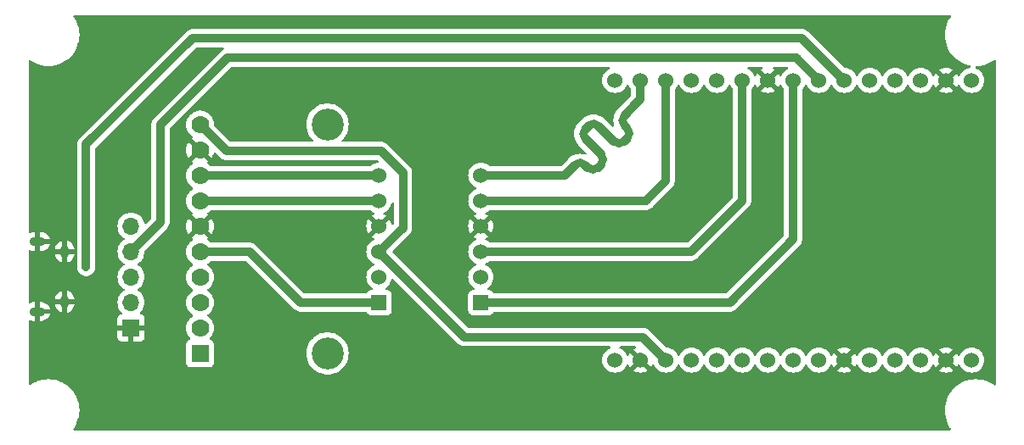
<source format=gbr>
%TF.GenerationSoftware,KiCad,Pcbnew,8.0.4*%
%TF.CreationDate,2024-08-26T16:43:06+08:00*%
%TF.ProjectId,ESP8266_Calib_Module,45535038-3236-4365-9f43-616c69625f4d,rev?*%
%TF.SameCoordinates,Original*%
%TF.FileFunction,Copper,L2,Bot*%
%TF.FilePolarity,Positive*%
%FSLAX46Y46*%
G04 Gerber Fmt 4.6, Leading zero omitted, Abs format (unit mm)*
G04 Created by KiCad (PCBNEW 8.0.4) date 2024-08-26 16:43:06*
%MOMM*%
%LPD*%
G01*
G04 APERTURE LIST*
%TA.AperFunction,ComponentPad*%
%ADD10C,1.524000*%
%TD*%
%TA.AperFunction,ComponentPad*%
%ADD11R,1.524000X1.524000*%
%TD*%
%TA.AperFunction,ComponentPad*%
%ADD12O,1.550000X0.890000*%
%TD*%
%TA.AperFunction,ComponentPad*%
%ADD13O,0.950000X1.250000*%
%TD*%
%TA.AperFunction,ComponentPad*%
%ADD14R,1.778000X1.778000*%
%TD*%
%TA.AperFunction,ComponentPad*%
%ADD15C,1.778000*%
%TD*%
%TA.AperFunction,ComponentPad*%
%ADD16C,3.200000*%
%TD*%
%TA.AperFunction,ComponentPad*%
%ADD17R,1.700000X1.700000*%
%TD*%
%TA.AperFunction,ComponentPad*%
%ADD18O,1.700000X1.700000*%
%TD*%
%TA.AperFunction,ViaPad*%
%ADD19C,0.600000*%
%TD*%
%TA.AperFunction,Conductor*%
%ADD20C,0.812800*%
%TD*%
G04 APERTURE END LIST*
D10*
%TO.P,U4,1,A0*%
%TO.N,unconnected-(U4-A0-Pad1)*%
X83975000Y-59970000D03*
%TO.P,U4,2,G*%
%TO.N,/GND*%
X86515000Y-59970000D03*
%TO.P,U4,3,VU*%
%TO.N,/5V*%
X89055000Y-59970000D03*
%TO.P,U4,4,S3*%
%TO.N,unconnected-(U4-S3-Pad4)*%
X91595000Y-59970000D03*
%TO.P,U4,5,S2*%
%TO.N,unconnected-(U4-S2-Pad5)*%
X94135000Y-59970000D03*
%TO.P,U4,6,S1*%
%TO.N,unconnected-(U4-S1-Pad6)*%
X96675000Y-59970000D03*
%TO.P,U4,7,SC*%
%TO.N,unconnected-(U4-SC-Pad7)*%
X99215000Y-59970000D03*
%TO.P,U4,8,S0*%
%TO.N,unconnected-(U4-S0-Pad8)*%
X101755000Y-59970000D03*
%TO.P,U4,9,SK*%
%TO.N,unconnected-(U4-SK-Pad9)*%
X104295000Y-59970000D03*
%TO.P,U4,10,G*%
%TO.N,/GND*%
X106835000Y-59970000D03*
%TO.P,U4,11,3V*%
%TO.N,/3V*%
X109375000Y-59970000D03*
%TO.P,U4,12,EN*%
%TO.N,unconnected-(U4-EN-Pad12)*%
X111915000Y-59970000D03*
%TO.P,U4,13,RST*%
%TO.N,unconnected-(U4-RST-Pad13)*%
X114455000Y-59970000D03*
%TO.P,U4,14,G*%
%TO.N,/GND*%
X116995000Y-59970000D03*
%TO.P,U4,15,VIN*%
%TO.N,unconnected-(U4-VIN-Pad15)*%
X119535000Y-59970000D03*
%TO.P,U4,16,3V*%
%TO.N,/3V*%
X119535000Y-32030000D03*
%TO.P,U4,17,G*%
%TO.N,/GND*%
X116995000Y-32030000D03*
%TO.P,U4,18,TX*%
%TO.N,unconnected-(U4-TX-Pad18)*%
X114455000Y-32030000D03*
%TO.P,U4,19,RX*%
%TO.N,unconnected-(U4-RX-Pad19)*%
X111915000Y-32030000D03*
%TO.P,U4,20,D8*%
%TO.N,unconnected-(U4-D8-Pad20)*%
X109375000Y-32030000D03*
%TO.P,U4,21,D7*%
%TO.N,/EN_0*%
X106835000Y-32030000D03*
%TO.P,U4,22,D6*%
%TO.N,/EN_1*%
X104295000Y-32030000D03*
%TO.P,U4,23,D5*%
%TO.N,/ALRT*%
X101755000Y-32030000D03*
%TO.P,U4,24,G*%
%TO.N,/GND*%
X99215000Y-32030000D03*
%TO.P,U4,25,3V*%
%TO.N,/3V*%
X96675000Y-32030000D03*
%TO.P,U4,26,D4*%
%TO.N,unconnected-(U4-D4-Pad26)*%
X94135000Y-32030000D03*
%TO.P,U4,27,D3*%
%TO.N,unconnected-(U4-D3-Pad27)*%
X91595000Y-32030000D03*
%TO.P,U4,28,D2*%
%TO.N,/SDA*%
X89055000Y-32030000D03*
%TO.P,U4,29,D1*%
%TO.N,/SCL*%
X86515000Y-32030000D03*
%TO.P,U4,30,D0*%
%TO.N,unconnected-(U4-D0-Pad30)*%
X83975000Y-32030000D03*
%TD*%
%TO.P,U2,GND_1,GND*%
%TO.N,/GND*%
X60455000Y-46610000D03*
%TO.P,U2,GND_2,GND*%
X70615000Y-46610000D03*
%TO.P,U2,HV,HV*%
%TO.N,/5V*%
X60455000Y-49150000D03*
D11*
%TO.P,U2,HV1,HV1*%
%TO.N,/ALRT_H*%
X60455000Y-54230000D03*
D10*
%TO.P,U2,HV2,HV2*%
%TO.N,unconnected-(U2-PadHV2)*%
X60455000Y-51690000D03*
%TO.P,U2,HV3,HV3*%
%TO.N,/SDA_H*%
X60455000Y-44070000D03*
%TO.P,U2,HV4,HV4*%
%TO.N,/SCL_H*%
X60455000Y-41530000D03*
%TO.P,U2,LV,LV*%
%TO.N,/3V*%
X70615000Y-49150000D03*
D11*
%TO.P,U2,LV1,LV1*%
%TO.N,/ALRT*%
X70615000Y-54230000D03*
D10*
%TO.P,U2,LV2,LV2*%
%TO.N,unconnected-(U2-PadLV2)*%
X70615000Y-51690000D03*
%TO.P,U2,LV3,LV3*%
%TO.N,/SDA*%
X70615000Y-44070000D03*
%TO.P,U2,LV4,LV4*%
%TO.N,/SCL*%
X70615000Y-41530000D03*
%TD*%
D12*
%TO.P,J2,6,Shield*%
%TO.N,/GND*%
X26410000Y-48130000D03*
D13*
X29110000Y-49130000D03*
X29110000Y-54130000D03*
D12*
X26410000Y-55130000D03*
%TD*%
D14*
%TO.P,U3,1,A3*%
%TO.N,unconnected-(U3-A3-Pad1)*%
X42617500Y-59310000D03*
D15*
%TO.P,U3,2,A2*%
%TO.N,unconnected-(U3-A2-Pad2)*%
X42617500Y-56770000D03*
%TO.P,U3,3,A1*%
%TO.N,/A1*%
X42617500Y-54230000D03*
%TO.P,U3,4,A0*%
%TO.N,/A0*%
X42617500Y-51690000D03*
%TO.P,U3,5,ALERT*%
%TO.N,/ALRT_H*%
X42617500Y-49150000D03*
%TO.P,U3,6,ADDR*%
%TO.N,/GND*%
X42617500Y-46610000D03*
%TO.P,U3,7,SDA*%
%TO.N,/SDA_H*%
X42617500Y-44070000D03*
%TO.P,U3,8,SCL*%
%TO.N,/SCL_H*%
X42617500Y-41530000D03*
%TO.P,U3,9,GND*%
%TO.N,/GND*%
X42617500Y-38990000D03*
%TO.P,U3,10,VDD*%
%TO.N,/5V*%
X42617500Y-36450000D03*
D16*
%TO.P,U3,P1*%
%TO.N,N/C*%
X55317500Y-36450000D03*
%TO.P,U3,P2*%
X55317500Y-59310000D03*
%TD*%
D17*
%TO.P,J1,1,Pin_1*%
%TO.N,/GND*%
X35725000Y-56755000D03*
D18*
%TO.P,J1,2,Pin_2*%
%TO.N,/3V*%
X35725000Y-54215000D03*
%TO.P,J1,3,Pin_3*%
%TO.N,/A1*%
X35725000Y-51675000D03*
%TO.P,J1,4,Pin_4*%
%TO.N,/EN_1*%
X35725000Y-49135000D03*
%TO.P,J1,5,Pin_5*%
%TO.N,/5V*%
X35725000Y-46595000D03*
%TD*%
D19*
%TO.N,/EN_0*%
X31250000Y-50675000D03*
%TD*%
D20*
%TO.N,/SCL*%
X70615000Y-41530000D02*
X78945000Y-41530000D01*
X82351827Y-36595822D02*
X83115503Y-37359497D01*
X83638764Y-37882755D02*
X83879180Y-38123171D01*
X85862500Y-34612500D02*
X86515000Y-33960000D01*
X81043679Y-36857452D02*
X81305309Y-36595822D01*
X85187328Y-36815023D02*
X84946911Y-36574607D01*
X83115503Y-37359497D02*
X83638764Y-37882755D01*
X81807354Y-38667647D02*
X81807354Y-38667646D01*
X82330613Y-39190906D02*
X81807354Y-38667647D01*
X81022464Y-40499055D02*
X81262880Y-40739472D01*
X84925698Y-38123171D02*
X85187328Y-37861541D01*
X86515000Y-33960000D02*
X86515000Y-32030000D01*
X84946911Y-35528089D02*
X85208540Y-35266460D01*
X78945000Y-41530000D02*
X79975944Y-40499056D01*
X81807354Y-38667646D02*
X81043679Y-37903970D01*
X82309398Y-40739472D02*
X82571028Y-40477842D01*
X85208540Y-35266460D02*
X85862500Y-34612500D01*
X82571028Y-39431324D02*
X82330613Y-39190906D01*
X84946911Y-36574607D02*
G75*
G02*
X84946863Y-35528041I523289J523307D01*
G01*
X81262880Y-40739472D02*
G75*
G03*
X82309398Y-40739472I523259J523259D01*
G01*
X83879180Y-38123171D02*
G75*
G03*
X84925698Y-38123171I523259J523259D01*
G01*
X81305309Y-36595822D02*
G75*
G02*
X82351827Y-36595822I523259J-523259D01*
G01*
X85187328Y-37861541D02*
G75*
G03*
X85187310Y-36815041I-523228J523241D01*
G01*
X82571028Y-40477842D02*
G75*
G03*
X82571011Y-39431341I-523228J523242D01*
G01*
X79975944Y-40499056D02*
G75*
G02*
X81022459Y-40499059I523256J-523244D01*
G01*
X81043679Y-37903970D02*
G75*
G02*
X81043668Y-36857441I523221J523270D01*
G01*
%TO.N,/3V*%
X91575000Y-49150000D02*
X96675000Y-44050000D01*
X70615000Y-49150000D02*
X91575000Y-49150000D01*
X96675000Y-44050000D02*
X96675000Y-32030000D01*
%TO.N,/ALRT*%
X101755000Y-47920000D02*
X95445000Y-54230000D01*
X101755000Y-32030000D02*
X101755000Y-47920000D01*
X95445000Y-54230000D02*
X70615000Y-54230000D01*
%TO.N,/5V*%
X68980000Y-57675000D02*
X60455000Y-49150000D01*
X60700000Y-39100000D02*
X45267500Y-39100000D01*
X60455000Y-49150000D02*
X62850000Y-46755000D01*
X62850000Y-41250000D02*
X60700000Y-39100000D01*
X60525000Y-49150000D02*
X60455000Y-49150000D01*
X89055000Y-59970000D02*
X86760000Y-57675000D01*
X86760000Y-57675000D02*
X68980000Y-57675000D01*
X62850000Y-46755000D02*
X62850000Y-41250000D01*
X60455000Y-49150000D02*
X60455000Y-49155000D01*
X45267500Y-39100000D02*
X42617500Y-36450000D01*
%TO.N,/SDA*%
X87055000Y-44070000D02*
X89055000Y-42070000D01*
X70615000Y-44070000D02*
X87055000Y-44070000D01*
X89055000Y-42070000D02*
X89055000Y-32030000D01*
%TO.N,/SCL_H*%
X60205000Y-41530000D02*
X42642500Y-41530000D01*
%TO.N,/SDA_H*%
X60205000Y-44070000D02*
X42642500Y-44070000D01*
%TO.N,/GND*%
X86515000Y-59670000D02*
X86515000Y-59640000D01*
%TO.N,/ALRT_H*%
X52660000Y-54230000D02*
X60455000Y-54230000D01*
X42617500Y-49150000D02*
X47580000Y-49150000D01*
X47580000Y-49150000D02*
X52660000Y-54230000D01*
%TO.N,/A1*%
X42597500Y-54210000D02*
X42617500Y-54230000D01*
%TO.N,/EN_1*%
X38650000Y-36450000D02*
X38650000Y-46210000D01*
X45325000Y-29775000D02*
X38650000Y-36450000D01*
X104295000Y-32030000D02*
X102040000Y-29775000D01*
X102040000Y-29775000D02*
X45325000Y-29775000D01*
X38650000Y-46210000D02*
X35725000Y-49135000D01*
%TO.N,/EN_0*%
X106830000Y-32030000D02*
X102625000Y-27825000D01*
X106835000Y-32030000D02*
X106830000Y-32030000D01*
X102625000Y-27825000D02*
X41875000Y-27825000D01*
X41875000Y-27825000D02*
X31250000Y-38450000D01*
X31250000Y-38450000D02*
X31250000Y-50675000D01*
%TD*%
%TA.AperFunction,Conductor*%
%TO.N,/GND*%
G36*
X84477829Y-58601585D02*
G01*
X84432074Y-58654389D01*
X84422130Y-58723547D01*
X84451155Y-58787103D01*
X84492463Y-58818282D01*
X84608660Y-58872465D01*
X84608662Y-58872466D01*
X84789623Y-58999175D01*
X84945825Y-59155377D01*
X85072533Y-59336337D01*
X85132895Y-59465782D01*
X85179068Y-59518221D01*
X85246262Y-59537372D01*
X85313143Y-59517156D01*
X85357659Y-59465780D01*
X85417902Y-59336589D01*
X85417903Y-59336587D01*
X85463259Y-59271811D01*
X85463260Y-59271810D01*
X86134000Y-59942551D01*
X86134000Y-59919840D01*
X86159964Y-59822939D01*
X86210124Y-59736060D01*
X86281060Y-59665124D01*
X86367939Y-59614964D01*
X86464840Y-59589000D01*
X86487554Y-59589000D01*
X85816812Y-58918258D01*
X85881589Y-58872901D01*
X85881595Y-58872898D01*
X85998720Y-58818282D01*
X86051160Y-58772110D01*
X86070312Y-58704916D01*
X86050096Y-58638035D01*
X85996931Y-58592701D01*
X85946316Y-58581900D01*
X84544868Y-58581900D01*
X84477829Y-58601585D01*
G37*
%TD.AperFunction*%
%TA.AperFunction,Conductor*%
G36*
X43658608Y-44996585D02*
G01*
X43634421Y-45016914D01*
X43561808Y-45095792D01*
X43469632Y-45167535D01*
X43376041Y-45240380D01*
X43376930Y-45241521D01*
X43335868Y-45289624D01*
X43326437Y-45358855D01*
X43355932Y-45422194D01*
X43376071Y-45439651D01*
X43375767Y-45440041D01*
X43408460Y-45465485D01*
X43408460Y-45465487D01*
X42746909Y-46127037D01*
X42810493Y-46144075D01*
X42924507Y-46209901D01*
X43017599Y-46302993D01*
X43083425Y-46417007D01*
X43100463Y-46480591D01*
X43760741Y-45820313D01*
X43843276Y-45946644D01*
X43935743Y-46157446D01*
X43992251Y-46380591D01*
X43992253Y-46380603D01*
X44011260Y-46609994D01*
X44011260Y-46610005D01*
X43992253Y-46839396D01*
X43992251Y-46839408D01*
X43935743Y-47062553D01*
X43843277Y-47273352D01*
X43760740Y-47399685D01*
X43100463Y-46739408D01*
X43083425Y-46802993D01*
X43017599Y-46917007D01*
X42924507Y-47010099D01*
X42810493Y-47075925D01*
X42746910Y-47092962D01*
X43408460Y-47754512D01*
X43408460Y-47754514D01*
X43375767Y-47779960D01*
X43376711Y-47781172D01*
X43335861Y-47829043D01*
X43326440Y-47898274D01*
X43355944Y-47961609D01*
X43376319Y-47979263D01*
X43376041Y-47979620D01*
X43561806Y-48124206D01*
X43561808Y-48124208D01*
X43634419Y-48203083D01*
X43694304Y-48239073D01*
X43725647Y-48243100D01*
X47669324Y-48243100D01*
X47844528Y-48277950D01*
X47844534Y-48277952D01*
X48009576Y-48346314D01*
X48009585Y-48346319D01*
X48158115Y-48445564D01*
X48158119Y-48445567D01*
X52999331Y-53286781D01*
X53060654Y-53320266D01*
X53087012Y-53323100D01*
X59126769Y-53323100D01*
X59193808Y-53303415D01*
X59239563Y-53250611D01*
X59242951Y-53242433D01*
X59249203Y-53225671D01*
X59249207Y-53225664D01*
X59335453Y-53110455D01*
X59335456Y-53110452D01*
X59450665Y-53024206D01*
X59450672Y-53024202D01*
X59585518Y-52973908D01*
X59585517Y-52973908D01*
X59645117Y-52967501D01*
X59645119Y-52967500D01*
X59645127Y-52967500D01*
X59645135Y-52967500D01*
X59685079Y-52967500D01*
X59752118Y-52947815D01*
X59797873Y-52895011D01*
X59807817Y-52825853D01*
X59778792Y-52762297D01*
X59756202Y-52741925D01*
X59640380Y-52660826D01*
X59484174Y-52504620D01*
X59357466Y-52323662D01*
X59264106Y-52123450D01*
X59206930Y-51910068D01*
X59187677Y-51690000D01*
X59187678Y-51689994D01*
X59200183Y-51547049D01*
X59206930Y-51469932D01*
X59264106Y-51256550D01*
X59357466Y-51056339D01*
X59484174Y-50875380D01*
X59640380Y-50719174D01*
X59640384Y-50719171D01*
X59640385Y-50719170D01*
X59821334Y-50592468D01*
X59821342Y-50592464D01*
X59950189Y-50532382D01*
X60002629Y-50486210D01*
X60021781Y-50419017D01*
X60001565Y-50352135D01*
X59950189Y-50307618D01*
X59941197Y-50303425D01*
X59821338Y-50247534D01*
X59640380Y-50120826D01*
X59484174Y-49964620D01*
X59357466Y-49783662D01*
X59264106Y-49583450D01*
X59206930Y-49370068D01*
X59187677Y-49150000D01*
X59187678Y-49149994D01*
X59203648Y-48967449D01*
X59206930Y-48929932D01*
X59264106Y-48716550D01*
X59357466Y-48516339D01*
X59474228Y-48349584D01*
X59484173Y-48335381D01*
X59555957Y-48263597D01*
X59640380Y-48179174D01*
X59640384Y-48179171D01*
X59640385Y-48179170D01*
X59821334Y-48052468D01*
X59821338Y-48052466D01*
X59950782Y-47992105D01*
X60003221Y-47945932D01*
X60022373Y-47878739D01*
X60002157Y-47811858D01*
X59950781Y-47767340D01*
X59821584Y-47707095D01*
X59821583Y-47707094D01*
X59756812Y-47661741D01*
X60319058Y-47099495D01*
X60258919Y-47083381D01*
X60143080Y-47016502D01*
X60048498Y-46921920D01*
X59981619Y-46806081D01*
X59965505Y-46745942D01*
X59403259Y-47308188D01*
X59357906Y-47243417D01*
X59357900Y-47243407D01*
X59264581Y-47043284D01*
X59264576Y-47043270D01*
X59207427Y-46829986D01*
X59207425Y-46829976D01*
X59188179Y-46610000D01*
X59188179Y-46609999D01*
X59207425Y-46390023D01*
X59207427Y-46390013D01*
X59264576Y-46176729D01*
X59264580Y-46176720D01*
X59357904Y-45976586D01*
X59403259Y-45911811D01*
X59403260Y-45911810D01*
X59965506Y-46474056D01*
X59981619Y-46413919D01*
X60048498Y-46298080D01*
X60143080Y-46203498D01*
X60258919Y-46136619D01*
X60319058Y-46120505D01*
X59756812Y-45558259D01*
X59756813Y-45558258D01*
X59821589Y-45512901D01*
X59821595Y-45512898D01*
X59950781Y-45452658D01*
X60003221Y-45406486D01*
X60022373Y-45339293D01*
X60002157Y-45272411D01*
X59950781Y-45227894D01*
X59821338Y-45167534D01*
X59640380Y-45040826D01*
X59612773Y-45013219D01*
X59551450Y-44979734D01*
X59525092Y-44976900D01*
X43725647Y-44976900D01*
X43658608Y-44996585D01*
G37*
%TD.AperFunction*%
%TA.AperFunction,Conductor*%
G36*
X61737897Y-44242424D02*
G01*
X61700123Y-44301202D01*
X61699334Y-44304013D01*
X61690726Y-44336137D01*
X61645896Y-44503445D01*
X61645895Y-44503447D01*
X61645894Y-44503450D01*
X61578436Y-44648115D01*
X61552534Y-44703662D01*
X61552532Y-44703666D01*
X61425830Y-44884615D01*
X61425825Y-44884621D01*
X61269622Y-45040824D01*
X61269616Y-45040829D01*
X61088667Y-45167531D01*
X61088665Y-45167532D01*
X61088662Y-45167534D01*
X60959219Y-45227894D01*
X60906780Y-45274066D01*
X60887628Y-45341260D01*
X60907844Y-45408141D01*
X60959219Y-45452658D01*
X61088410Y-45512901D01*
X61153189Y-45558258D01*
X60590943Y-46120504D01*
X60651081Y-46136619D01*
X60766920Y-46203498D01*
X60861502Y-46298080D01*
X60928381Y-46413919D01*
X60944496Y-46474057D01*
X61506742Y-45911811D01*
X61552099Y-45976590D01*
X61645421Y-46176720D01*
X61645424Y-46176727D01*
X61695562Y-46363845D01*
X61731927Y-46423505D01*
X61794774Y-46454034D01*
X61864150Y-46445739D01*
X61903018Y-46419432D01*
X61906781Y-46415669D01*
X61940266Y-46354346D01*
X61943100Y-46327988D01*
X61943100Y-44336137D01*
X61923415Y-44269098D01*
X61870611Y-44223343D01*
X61801453Y-44213399D01*
X61737897Y-44242424D01*
G37*
%TD.AperFunction*%
%TA.AperFunction,Conductor*%
G36*
X43083425Y-39182993D02*
G01*
X43017599Y-39297007D01*
X42924507Y-39390099D01*
X42810493Y-39455925D01*
X42746910Y-39472962D01*
X43408460Y-40134512D01*
X43408460Y-40134514D01*
X43375767Y-40159960D01*
X43376711Y-40161172D01*
X43335861Y-40209043D01*
X43326440Y-40278274D01*
X43355944Y-40341609D01*
X43376319Y-40359263D01*
X43376041Y-40359620D01*
X43561806Y-40504206D01*
X43561808Y-40504208D01*
X43634419Y-40583083D01*
X43694304Y-40619073D01*
X43725647Y-40623100D01*
X59525092Y-40623100D01*
X59592131Y-40603415D01*
X59612773Y-40586781D01*
X59640379Y-40559175D01*
X59640385Y-40559170D01*
X59821334Y-40432468D01*
X59821338Y-40432466D01*
X59821340Y-40432465D01*
X60021550Y-40339106D01*
X60021553Y-40339105D01*
X60021555Y-40339104D01*
X60234930Y-40281930D01*
X60234937Y-40281929D01*
X60305155Y-40275786D01*
X60370224Y-40250333D01*
X60411202Y-40193742D01*
X60415080Y-40123980D01*
X60382027Y-40064576D01*
X60360667Y-40043217D01*
X60299343Y-40009733D01*
X60272988Y-40006900D01*
X45178176Y-40006900D01*
X45043849Y-39980180D01*
X45002967Y-39972048D01*
X44837922Y-39903684D01*
X44689385Y-39804435D01*
X44169214Y-39284263D01*
X44107895Y-39250781D01*
X44038204Y-39255765D01*
X43982270Y-39297636D01*
X43961332Y-39341506D01*
X43935744Y-39442548D01*
X43935744Y-39442549D01*
X43843277Y-39653352D01*
X43760740Y-39779684D01*
X43100463Y-39119408D01*
X43083425Y-39182993D01*
G37*
%TD.AperFunction*%
%TA.AperFunction,Conductor*%
G36*
X30030944Y-25520185D02*
G01*
X29985189Y-25572989D01*
X29975245Y-25642147D01*
X29996853Y-25696255D01*
X30104405Y-25847835D01*
X30272856Y-26152625D01*
X30367089Y-26380124D01*
X30404592Y-26470666D01*
X30406122Y-26474359D01*
X30502526Y-26808982D01*
X30502528Y-26808990D01*
X30560858Y-27152299D01*
X30560860Y-27152311D01*
X30580385Y-27500000D01*
X30560860Y-27847688D01*
X30560858Y-27847700D01*
X30502528Y-28191009D01*
X30502526Y-28191017D01*
X30475500Y-28284825D01*
X30406121Y-28525644D01*
X30272855Y-28847376D01*
X30104405Y-29152164D01*
X29902888Y-29436176D01*
X29670839Y-29695839D01*
X29411176Y-29927888D01*
X29127164Y-30129405D01*
X28822376Y-30297855D01*
X28500644Y-30431121D01*
X28166013Y-30527527D01*
X27822693Y-30585859D01*
X27475000Y-30605385D01*
X27127307Y-30585859D01*
X26783987Y-30527527D01*
X26449356Y-30431121D01*
X26127624Y-30297855D01*
X25822836Y-30129405D01*
X25696254Y-30039590D01*
X25630190Y-30016851D01*
X25562318Y-30033438D01*
X25514188Y-30084087D01*
X25500500Y-30140720D01*
X25500500Y-47161597D01*
X25520185Y-47228636D01*
X25572989Y-47274391D01*
X25642147Y-47284335D01*
X25671952Y-47276158D01*
X25804350Y-47221317D01*
X25804362Y-47221314D01*
X25986923Y-47185000D01*
X26160000Y-47185000D01*
X26160000Y-47880000D01*
X26660000Y-47880000D01*
X26660000Y-47185000D01*
X26833077Y-47185000D01*
X27015639Y-47221314D01*
X27015647Y-47221316D01*
X27187623Y-47292550D01*
X27187632Y-47292555D01*
X27342402Y-47395970D01*
X27342406Y-47395973D01*
X27474027Y-47527594D01*
X27474030Y-47527598D01*
X27577445Y-47682368D01*
X27577452Y-47682381D01*
X27648683Y-47854350D01*
X27648684Y-47854355D01*
X27653784Y-47880000D01*
X26784728Y-47880000D01*
X26876614Y-47918060D01*
X26946940Y-47988386D01*
X26985000Y-48080272D01*
X26985000Y-48179728D01*
X26946940Y-48271614D01*
X26876614Y-48341940D01*
X26784728Y-48380000D01*
X27653784Y-48380000D01*
X27648684Y-48405644D01*
X27648683Y-48405649D01*
X27577452Y-48577618D01*
X27577445Y-48577631D01*
X27474030Y-48732401D01*
X27474027Y-48732405D01*
X27342406Y-48864026D01*
X27342402Y-48864029D01*
X27187632Y-48967444D01*
X27187623Y-48967449D01*
X27015647Y-49038683D01*
X27015639Y-49038685D01*
X26833079Y-49074999D01*
X26833076Y-49075000D01*
X26660000Y-49075000D01*
X26660000Y-48380000D01*
X26160000Y-48380000D01*
X26160000Y-49075000D01*
X25986924Y-49075000D01*
X25986922Y-49074999D01*
X25804362Y-49038685D01*
X25804354Y-49038683D01*
X25671953Y-48983841D01*
X25602484Y-48976372D01*
X25540004Y-49007647D01*
X25504352Y-49067736D01*
X25500500Y-49098402D01*
X25500500Y-54161597D01*
X25520185Y-54228636D01*
X25572989Y-54274391D01*
X25642147Y-54284335D01*
X25671952Y-54276158D01*
X25804350Y-54221317D01*
X25804362Y-54221314D01*
X25986923Y-54185000D01*
X26160000Y-54185000D01*
X26160000Y-54880000D01*
X26660000Y-54880000D01*
X26660000Y-54185000D01*
X26833077Y-54185000D01*
X27015639Y-54221314D01*
X27015647Y-54221316D01*
X27187623Y-54292550D01*
X27187632Y-54292555D01*
X27342402Y-54395970D01*
X27342406Y-54395973D01*
X27474027Y-54527594D01*
X27474030Y-54527598D01*
X27577445Y-54682368D01*
X27577452Y-54682381D01*
X27648683Y-54854350D01*
X27648684Y-54854355D01*
X27653784Y-54880000D01*
X26784728Y-54880000D01*
X26876614Y-54918060D01*
X26946940Y-54988386D01*
X26985000Y-55080272D01*
X26985000Y-55179728D01*
X26946940Y-55271614D01*
X26876614Y-55341940D01*
X26784728Y-55380000D01*
X27653784Y-55380000D01*
X27648684Y-55405644D01*
X27648683Y-55405649D01*
X27577452Y-55577618D01*
X27577445Y-55577631D01*
X27474030Y-55732401D01*
X27474027Y-55732405D01*
X27342406Y-55864026D01*
X27342402Y-55864029D01*
X27187632Y-55967444D01*
X27187623Y-55967449D01*
X27015647Y-56038683D01*
X27015639Y-56038685D01*
X26833079Y-56074999D01*
X26833076Y-56075000D01*
X26660000Y-56075000D01*
X26660000Y-55380000D01*
X26160000Y-55380000D01*
X26160000Y-56075000D01*
X25986924Y-56075000D01*
X25986922Y-56074999D01*
X25804362Y-56038685D01*
X25804354Y-56038683D01*
X25671953Y-55983841D01*
X25602484Y-55976372D01*
X25540004Y-56007647D01*
X25504352Y-56067736D01*
X25500500Y-56098402D01*
X25500500Y-62359279D01*
X25520185Y-62426318D01*
X25572989Y-62472073D01*
X25642147Y-62482017D01*
X25696255Y-62460409D01*
X25822836Y-62370595D01*
X26127626Y-62202144D01*
X26194259Y-62174544D01*
X26449356Y-62068879D01*
X26616672Y-62020676D01*
X26783983Y-61972474D01*
X26783991Y-61972472D01*
X27127300Y-61914142D01*
X27127312Y-61914140D01*
X27475000Y-61894615D01*
X27822689Y-61914140D01*
X27822701Y-61914142D01*
X28166010Y-61972472D01*
X28166018Y-61972474D01*
X28500641Y-62068878D01*
X28500644Y-62068879D01*
X28594876Y-62107911D01*
X28822375Y-62202144D01*
X29127165Y-62370595D01*
X29270184Y-62472073D01*
X29411176Y-62572112D01*
X29474499Y-62628701D01*
X29670839Y-62804161D01*
X29902887Y-63063823D01*
X30104405Y-63347835D01*
X30272856Y-63652625D01*
X30367089Y-63880124D01*
X30404592Y-63970666D01*
X30406122Y-63974359D01*
X30502526Y-64308982D01*
X30502528Y-64308990D01*
X30560858Y-64652299D01*
X30560860Y-64652311D01*
X30580385Y-65000000D01*
X30560860Y-65347688D01*
X30560858Y-65347700D01*
X30502528Y-65691009D01*
X30502526Y-65691017D01*
X30475500Y-65784825D01*
X30406121Y-66025644D01*
X30300456Y-66280741D01*
X30272856Y-66347374D01*
X30104405Y-66652164D01*
X29996853Y-66803745D01*
X29974114Y-66869811D01*
X29990702Y-66937683D01*
X30041351Y-66985812D01*
X30097983Y-66999500D01*
X117352017Y-66999500D01*
X117419056Y-66979815D01*
X117464811Y-66927011D01*
X117474755Y-66857853D01*
X117453147Y-66803745D01*
X117427321Y-66767345D01*
X117345595Y-66652164D01*
X117177145Y-66347376D01*
X117043879Y-66025644D01*
X116947473Y-65691013D01*
X116889141Y-65347693D01*
X116869615Y-65000000D01*
X116889141Y-64652307D01*
X116947473Y-64308987D01*
X117043879Y-63974356D01*
X117177145Y-63652624D01*
X117345595Y-63347836D01*
X117547112Y-63063824D01*
X117779161Y-62804161D01*
X118038824Y-62572112D01*
X118322836Y-62370595D01*
X118627624Y-62202145D01*
X118949356Y-62068879D01*
X119116672Y-62020676D01*
X119283983Y-61972474D01*
X119283991Y-61972472D01*
X119627300Y-61914142D01*
X119627312Y-61914140D01*
X119975000Y-61894615D01*
X120322689Y-61914140D01*
X120322701Y-61914142D01*
X120666010Y-61972472D01*
X120666018Y-61972474D01*
X121000641Y-62068878D01*
X121000644Y-62068879D01*
X121094876Y-62107911D01*
X121322375Y-62202144D01*
X121627165Y-62370595D01*
X121778745Y-62478147D01*
X121844811Y-62500886D01*
X121912683Y-62484298D01*
X121960812Y-62433649D01*
X121974500Y-62377017D01*
X121974500Y-59969997D01*
X120802323Y-59969997D01*
X120802323Y-59970002D01*
X120783071Y-60190062D01*
X120783070Y-60190070D01*
X120725896Y-60403445D01*
X120725895Y-60403447D01*
X120725894Y-60403450D01*
X120708228Y-60441335D01*
X120632534Y-60603662D01*
X120632532Y-60603666D01*
X120505830Y-60784615D01*
X120505825Y-60784621D01*
X120349622Y-60940824D01*
X120349616Y-60940829D01*
X120168667Y-61067531D01*
X120168665Y-61067532D01*
X120168662Y-61067534D01*
X119968450Y-61160894D01*
X119755068Y-61218070D01*
X119597877Y-61231822D01*
X119535002Y-61237323D01*
X119535000Y-61237323D01*
X119534998Y-61237323D01*
X119479983Y-61232509D01*
X119314932Y-61218070D01*
X119101550Y-61160894D01*
X118901338Y-61067534D01*
X118720380Y-60940826D01*
X118564174Y-60784620D01*
X118437466Y-60603662D01*
X118377106Y-60474218D01*
X118330934Y-60421779D01*
X118263741Y-60402627D01*
X118196859Y-60422843D01*
X118152342Y-60474219D01*
X118092102Y-60603405D01*
X118092099Y-60603411D01*
X118046742Y-60668187D01*
X118046741Y-60668188D01*
X117376000Y-59997447D01*
X117376000Y-60020160D01*
X117350036Y-60117061D01*
X117299876Y-60203940D01*
X117228940Y-60274876D01*
X117142061Y-60325036D01*
X117045160Y-60351000D01*
X117022447Y-60351000D01*
X117693190Y-61021740D01*
X117628410Y-61067099D01*
X117628408Y-61067100D01*
X117428285Y-61160419D01*
X117428271Y-61160424D01*
X117214987Y-61217573D01*
X117214977Y-61217575D01*
X116995001Y-61236821D01*
X116994999Y-61236821D01*
X116775024Y-61217575D01*
X116775014Y-61217573D01*
X116561730Y-61160424D01*
X116561716Y-61160419D01*
X116361593Y-61067100D01*
X116361583Y-61067094D01*
X116296812Y-61021741D01*
X116967552Y-60351000D01*
X116944840Y-60351000D01*
X116847939Y-60325036D01*
X116761060Y-60274876D01*
X116690124Y-60203940D01*
X116639964Y-60117061D01*
X116614000Y-60020160D01*
X116614000Y-59997447D01*
X115943259Y-60668188D01*
X115897906Y-60603417D01*
X115897905Y-60603416D01*
X115837660Y-60474219D01*
X115791488Y-60421780D01*
X115724294Y-60402627D01*
X115657413Y-60422842D01*
X115612895Y-60474218D01*
X115552534Y-60603662D01*
X115552532Y-60603666D01*
X115425830Y-60784615D01*
X115425825Y-60784621D01*
X115269622Y-60940824D01*
X115269616Y-60940829D01*
X115088667Y-61067531D01*
X115088665Y-61067532D01*
X115088662Y-61067534D01*
X114888450Y-61160894D01*
X114675068Y-61218070D01*
X114517877Y-61231822D01*
X114455002Y-61237323D01*
X114455000Y-61237323D01*
X114454998Y-61237323D01*
X114399983Y-61232509D01*
X114234932Y-61218070D01*
X114021550Y-61160894D01*
X113821338Y-61067534D01*
X113640380Y-60940826D01*
X113484174Y-60784620D01*
X113357466Y-60603662D01*
X113297382Y-60474811D01*
X113251210Y-60422371D01*
X113184017Y-60403219D01*
X113117135Y-60423435D01*
X113072618Y-60474811D01*
X113012536Y-60603658D01*
X113012532Y-60603666D01*
X112885830Y-60784615D01*
X112885825Y-60784621D01*
X112729622Y-60940824D01*
X112729616Y-60940829D01*
X112548667Y-61067531D01*
X112548665Y-61067532D01*
X112548662Y-61067534D01*
X112348450Y-61160894D01*
X112135068Y-61218070D01*
X111977877Y-61231822D01*
X111915002Y-61237323D01*
X111915000Y-61237323D01*
X111914998Y-61237323D01*
X111859983Y-61232509D01*
X111694932Y-61218070D01*
X111481550Y-61160894D01*
X111281338Y-61067534D01*
X111100380Y-60940826D01*
X110944174Y-60784620D01*
X110817466Y-60603662D01*
X110757382Y-60474811D01*
X110711210Y-60422371D01*
X110644017Y-60403219D01*
X110577135Y-60423435D01*
X110532618Y-60474811D01*
X110472536Y-60603658D01*
X110472532Y-60603666D01*
X110345830Y-60784615D01*
X110345825Y-60784621D01*
X110189622Y-60940824D01*
X110189616Y-60940829D01*
X110008667Y-61067531D01*
X110008665Y-61067532D01*
X110008662Y-61067534D01*
X109808450Y-61160894D01*
X109595068Y-61218070D01*
X109437877Y-61231822D01*
X109375002Y-61237323D01*
X109375000Y-61237323D01*
X109374998Y-61237323D01*
X109319983Y-61232509D01*
X109154932Y-61218070D01*
X108941550Y-61160894D01*
X108741338Y-61067534D01*
X108560380Y-60940826D01*
X108404174Y-60784620D01*
X108277466Y-60603662D01*
X108217106Y-60474218D01*
X108170934Y-60421779D01*
X108103741Y-60402627D01*
X108036859Y-60422843D01*
X107992342Y-60474219D01*
X107932102Y-60603405D01*
X107932099Y-60603411D01*
X107886742Y-60668187D01*
X107886741Y-60668188D01*
X107216000Y-59997447D01*
X107216000Y-60020160D01*
X107190036Y-60117061D01*
X107139876Y-60203940D01*
X107068940Y-60274876D01*
X106982061Y-60325036D01*
X106885160Y-60351000D01*
X106862447Y-60351000D01*
X107533190Y-61021740D01*
X107468410Y-61067099D01*
X107468408Y-61067100D01*
X107268285Y-61160419D01*
X107268271Y-61160424D01*
X107054987Y-61217573D01*
X107054977Y-61217575D01*
X106835001Y-61236821D01*
X106834999Y-61236821D01*
X106615024Y-61217575D01*
X106615014Y-61217573D01*
X106401730Y-61160424D01*
X106401716Y-61160419D01*
X106201593Y-61067100D01*
X106201583Y-61067094D01*
X106136812Y-61021741D01*
X106807552Y-60351000D01*
X106784840Y-60351000D01*
X106687939Y-60325036D01*
X106601060Y-60274876D01*
X106530124Y-60203940D01*
X106479964Y-60117061D01*
X106454000Y-60020160D01*
X106454000Y-59997447D01*
X105783259Y-60668188D01*
X105737906Y-60603417D01*
X105737905Y-60603416D01*
X105677660Y-60474219D01*
X105631488Y-60421780D01*
X105564294Y-60402627D01*
X105497413Y-60422842D01*
X105452895Y-60474218D01*
X105392534Y-60603662D01*
X105392532Y-60603666D01*
X105265830Y-60784615D01*
X105265825Y-60784621D01*
X105109622Y-60940824D01*
X105109616Y-60940829D01*
X104928667Y-61067531D01*
X104928665Y-61067532D01*
X104928662Y-61067534D01*
X104728450Y-61160894D01*
X104515068Y-61218070D01*
X104357877Y-61231822D01*
X104295002Y-61237323D01*
X104295000Y-61237323D01*
X104294998Y-61237323D01*
X104239983Y-61232509D01*
X104074932Y-61218070D01*
X103861550Y-61160894D01*
X103661338Y-61067534D01*
X103480380Y-60940826D01*
X103324174Y-60784620D01*
X103197466Y-60603662D01*
X103137382Y-60474811D01*
X103091210Y-60422371D01*
X103024017Y-60403219D01*
X102957135Y-60423435D01*
X102912618Y-60474811D01*
X102852536Y-60603658D01*
X102852532Y-60603666D01*
X102725830Y-60784615D01*
X102725825Y-60784621D01*
X102569622Y-60940824D01*
X102569616Y-60940829D01*
X102388667Y-61067531D01*
X102388665Y-61067532D01*
X102388662Y-61067534D01*
X102188450Y-61160894D01*
X101975068Y-61218070D01*
X101817877Y-61231822D01*
X101755002Y-61237323D01*
X101755000Y-61237323D01*
X101754998Y-61237323D01*
X101699983Y-61232509D01*
X101534932Y-61218070D01*
X101321550Y-61160894D01*
X101121338Y-61067534D01*
X100940380Y-60940826D01*
X100784174Y-60784620D01*
X100657466Y-60603662D01*
X100597382Y-60474811D01*
X100551210Y-60422371D01*
X100484017Y-60403219D01*
X100417135Y-60423435D01*
X100372618Y-60474811D01*
X100312536Y-60603658D01*
X100312532Y-60603666D01*
X100185830Y-60784615D01*
X100185825Y-60784621D01*
X100029622Y-60940824D01*
X100029616Y-60940829D01*
X99848667Y-61067531D01*
X99848665Y-61067532D01*
X99848662Y-61067534D01*
X99648450Y-61160894D01*
X99435068Y-61218070D01*
X99277877Y-61231822D01*
X99215002Y-61237323D01*
X99215000Y-61237323D01*
X99214998Y-61237323D01*
X99159983Y-61232509D01*
X98994932Y-61218070D01*
X98781550Y-61160894D01*
X98581338Y-61067534D01*
X98400380Y-60940826D01*
X98244174Y-60784620D01*
X98117466Y-60603662D01*
X98057382Y-60474811D01*
X98011210Y-60422371D01*
X97944017Y-60403219D01*
X97877135Y-60423435D01*
X97832618Y-60474811D01*
X97772536Y-60603658D01*
X97772532Y-60603666D01*
X97645830Y-60784615D01*
X97645825Y-60784621D01*
X97489622Y-60940824D01*
X97489616Y-60940829D01*
X97308667Y-61067531D01*
X97308665Y-61067532D01*
X97308662Y-61067534D01*
X97108450Y-61160894D01*
X96895068Y-61218070D01*
X96737877Y-61231822D01*
X96675002Y-61237323D01*
X96675000Y-61237323D01*
X96674998Y-61237323D01*
X96619983Y-61232509D01*
X96454932Y-61218070D01*
X96241550Y-61160894D01*
X96041338Y-61067534D01*
X95860380Y-60940826D01*
X95704174Y-60784620D01*
X95577466Y-60603662D01*
X95517382Y-60474811D01*
X95471210Y-60422371D01*
X95404017Y-60403219D01*
X95337135Y-60423435D01*
X95292618Y-60474811D01*
X95232536Y-60603658D01*
X95232532Y-60603666D01*
X95105830Y-60784615D01*
X95105825Y-60784621D01*
X94949622Y-60940824D01*
X94949616Y-60940829D01*
X94768667Y-61067531D01*
X94768665Y-61067532D01*
X94768662Y-61067534D01*
X94568450Y-61160894D01*
X94355068Y-61218070D01*
X94197877Y-61231822D01*
X94135002Y-61237323D01*
X94135000Y-61237323D01*
X94134998Y-61237323D01*
X94079983Y-61232509D01*
X93914932Y-61218070D01*
X93701550Y-61160894D01*
X93501338Y-61067534D01*
X93320380Y-60940826D01*
X93164174Y-60784620D01*
X93037466Y-60603662D01*
X92977382Y-60474811D01*
X92931210Y-60422371D01*
X92864017Y-60403219D01*
X92797135Y-60423435D01*
X92752618Y-60474811D01*
X92692536Y-60603658D01*
X92692532Y-60603666D01*
X92565830Y-60784615D01*
X92565825Y-60784621D01*
X92409622Y-60940824D01*
X92409616Y-60940829D01*
X92228667Y-61067531D01*
X92228665Y-61067532D01*
X92228662Y-61067534D01*
X92028450Y-61160894D01*
X91815068Y-61218070D01*
X91657877Y-61231822D01*
X91595002Y-61237323D01*
X91595000Y-61237323D01*
X91594998Y-61237323D01*
X91539983Y-61232509D01*
X91374932Y-61218070D01*
X91161550Y-61160894D01*
X90961338Y-61067534D01*
X90780380Y-60940826D01*
X90624174Y-60784620D01*
X90497466Y-60603662D01*
X90437382Y-60474811D01*
X90391210Y-60422371D01*
X90324017Y-60403219D01*
X90257135Y-60423435D01*
X90212618Y-60474811D01*
X90152536Y-60603658D01*
X90152532Y-60603666D01*
X90025830Y-60784615D01*
X90025825Y-60784621D01*
X89869622Y-60940824D01*
X89869616Y-60940829D01*
X89688667Y-61067531D01*
X89688665Y-61067532D01*
X89688662Y-61067534D01*
X89488450Y-61160894D01*
X89275068Y-61218070D01*
X89117877Y-61231822D01*
X89055002Y-61237323D01*
X89055000Y-61237323D01*
X89054998Y-61237323D01*
X88999983Y-61232509D01*
X88834932Y-61218070D01*
X88621550Y-61160894D01*
X88421338Y-61067534D01*
X88240380Y-60940826D01*
X88084174Y-60784620D01*
X87957466Y-60603662D01*
X87897106Y-60474218D01*
X87850934Y-60421779D01*
X87783741Y-60402627D01*
X87716859Y-60422843D01*
X87672342Y-60474219D01*
X87612102Y-60603405D01*
X87612099Y-60603411D01*
X87566742Y-60668187D01*
X87566742Y-60668188D01*
X86896000Y-59997446D01*
X86896000Y-60020160D01*
X86870036Y-60117061D01*
X86819876Y-60203940D01*
X86748940Y-60274876D01*
X86662061Y-60325036D01*
X86565160Y-60351000D01*
X86542447Y-60351000D01*
X87213190Y-61021740D01*
X87148410Y-61067099D01*
X87148408Y-61067100D01*
X86948285Y-61160419D01*
X86948271Y-61160424D01*
X86734987Y-61217573D01*
X86734977Y-61217575D01*
X86515001Y-61236821D01*
X86514999Y-61236821D01*
X86295024Y-61217575D01*
X86295014Y-61217573D01*
X86081730Y-61160424D01*
X86081716Y-61160419D01*
X85881593Y-61067100D01*
X85881583Y-61067094D01*
X85816812Y-61021741D01*
X86487552Y-60351000D01*
X86464840Y-60351000D01*
X86367939Y-60325036D01*
X86281060Y-60274876D01*
X86210124Y-60203940D01*
X86159964Y-60117061D01*
X86134000Y-60020160D01*
X86134000Y-59997447D01*
X85463259Y-60668188D01*
X85417906Y-60603417D01*
X85417905Y-60603416D01*
X85357660Y-60474219D01*
X85311488Y-60421780D01*
X85244294Y-60402627D01*
X85177413Y-60422842D01*
X85132895Y-60474218D01*
X85072534Y-60603662D01*
X85072532Y-60603666D01*
X84945830Y-60784615D01*
X84945825Y-60784621D01*
X84789622Y-60940824D01*
X84789616Y-60940829D01*
X84608667Y-61067531D01*
X84608665Y-61067532D01*
X84608662Y-61067534D01*
X84408450Y-61160894D01*
X84195068Y-61218070D01*
X84037877Y-61231822D01*
X83975002Y-61237323D01*
X83975000Y-61237323D01*
X83974998Y-61237323D01*
X83919983Y-61232509D01*
X83754932Y-61218070D01*
X83541550Y-61160894D01*
X83341338Y-61067534D01*
X83160380Y-60940826D01*
X83004174Y-60784620D01*
X82877466Y-60603662D01*
X82784106Y-60403450D01*
X82726930Y-60190068D01*
X82707677Y-59970000D01*
X82726930Y-59749932D01*
X82784106Y-59536550D01*
X82877466Y-59336339D01*
X82895909Y-59310000D01*
X57422908Y-59310000D01*
X57403299Y-59596680D01*
X57403299Y-59596684D01*
X57403298Y-59596686D01*
X57381516Y-59701509D01*
X57344834Y-59878034D01*
X57344833Y-59878037D01*
X57248606Y-60148793D01*
X57248607Y-60148793D01*
X57116402Y-60403935D01*
X56950688Y-60638700D01*
X56893906Y-60699498D01*
X56754553Y-60848708D01*
X56531647Y-61030055D01*
X56316493Y-61160894D01*
X56286118Y-61179365D01*
X56152683Y-61237323D01*
X56022558Y-61293844D01*
X55745858Y-61371371D01*
X55495580Y-61405771D01*
X55461179Y-61410500D01*
X55461178Y-61410500D01*
X55173821Y-61410500D01*
X55143130Y-61406281D01*
X54889142Y-61371371D01*
X54612442Y-61293844D01*
X54482317Y-61237323D01*
X54348883Y-61179365D01*
X54348880Y-61179363D01*
X54348875Y-61179361D01*
X54103353Y-61030055D01*
X53880447Y-60848708D01*
X53684311Y-60638698D01*
X53518599Y-60403936D01*
X53386396Y-60148797D01*
X53290166Y-59878032D01*
X53231702Y-59596686D01*
X53212092Y-59310000D01*
X53231702Y-59023314D01*
X53290166Y-58741968D01*
X53297288Y-58721930D01*
X53386395Y-58471206D01*
X53386394Y-58471206D01*
X53518599Y-58216064D01*
X53684313Y-57981299D01*
X53809654Y-57847093D01*
X53880447Y-57771292D01*
X54009048Y-57666667D01*
X54103354Y-57589944D01*
X54348883Y-57440634D01*
X54612437Y-57326158D01*
X54612439Y-57326157D01*
X54612442Y-57326156D01*
X54741922Y-57289877D01*
X54889136Y-57248630D01*
X54889141Y-57248629D01*
X54889142Y-57248629D01*
X55077670Y-57222716D01*
X55173821Y-57209500D01*
X55173822Y-57209500D01*
X55461178Y-57209500D01*
X55461179Y-57209500D01*
X55745858Y-57248629D01*
X55745865Y-57248630D01*
X55953639Y-57306845D01*
X56022558Y-57326156D01*
X56022561Y-57326156D01*
X56022564Y-57326158D01*
X56022565Y-57326158D01*
X56286118Y-57440634D01*
X56531647Y-57589944D01*
X56754550Y-57771289D01*
X56950688Y-57981299D01*
X57116402Y-58216064D01*
X57248606Y-58471206D01*
X57344833Y-58741962D01*
X57344834Y-58741965D01*
X57403299Y-59023319D01*
X57422908Y-59310000D01*
X82895909Y-59310000D01*
X83004174Y-59155380D01*
X83160380Y-58999174D01*
X83160384Y-58999171D01*
X83160385Y-58999170D01*
X83341334Y-58872468D01*
X83341338Y-58872466D01*
X83341340Y-58872465D01*
X83457538Y-58818281D01*
X83509976Y-58772110D01*
X83529128Y-58704916D01*
X83508912Y-58638035D01*
X83455747Y-58592701D01*
X83405132Y-58581900D01*
X68890676Y-58581900D01*
X68772802Y-58558452D01*
X68715467Y-58547048D01*
X68550422Y-58478684D01*
X68401885Y-58379435D01*
X61903425Y-51880974D01*
X61842104Y-51847491D01*
X61772412Y-51852475D01*
X61716479Y-51894347D01*
X61695971Y-51936563D01*
X61645896Y-52123444D01*
X61645895Y-52123446D01*
X61645894Y-52123450D01*
X61636911Y-52142714D01*
X61552534Y-52323662D01*
X61552532Y-52323666D01*
X61531575Y-52353595D01*
X61425826Y-52504620D01*
X61269620Y-52660826D01*
X61194404Y-52713493D01*
X61153798Y-52741925D01*
X61110173Y-52796502D01*
X61102979Y-52866000D01*
X61134502Y-52928355D01*
X61194731Y-52963769D01*
X61224918Y-52967500D01*
X61264869Y-52967500D01*
X61264877Y-52967501D01*
X61324484Y-52973908D01*
X61459329Y-53024202D01*
X61459336Y-53024206D01*
X61574545Y-53110452D01*
X61574548Y-53110455D01*
X61660794Y-53225664D01*
X61660798Y-53225671D01*
X61711092Y-53360517D01*
X61717499Y-53420116D01*
X61717499Y-53420123D01*
X61717500Y-53420135D01*
X61717500Y-55039870D01*
X61717499Y-55039876D01*
X61711092Y-55099483D01*
X61660798Y-55234328D01*
X61660794Y-55234335D01*
X61574548Y-55349544D01*
X61574545Y-55349547D01*
X61459336Y-55435793D01*
X61459329Y-55435797D01*
X61324483Y-55486091D01*
X61324484Y-55486091D01*
X61317556Y-55486835D01*
X61264873Y-55492500D01*
X59645128Y-55492499D01*
X59585517Y-55486091D01*
X59450669Y-55435796D01*
X59335454Y-55349546D01*
X59249204Y-55234331D01*
X59245490Y-55224373D01*
X59242951Y-55217567D01*
X59201080Y-55161633D01*
X59135616Y-55137216D01*
X59126769Y-55136900D01*
X52570676Y-55136900D01*
X52452802Y-55113452D01*
X52395467Y-55102048D01*
X52230422Y-55033684D01*
X52081885Y-54934435D01*
X47240669Y-50093219D01*
X47179346Y-50059734D01*
X47152988Y-50056900D01*
X43725647Y-50056900D01*
X43658608Y-50076585D01*
X43634421Y-50096914D01*
X43561808Y-50175792D01*
X43469632Y-50247535D01*
X43376041Y-50320380D01*
X43377024Y-50321641D01*
X43336317Y-50369349D01*
X43326900Y-50438581D01*
X43356408Y-50501914D01*
X43376364Y-50519205D01*
X43376041Y-50519620D01*
X43561806Y-50664206D01*
X43561811Y-50664211D01*
X43717772Y-50833629D01*
X43843718Y-51026405D01*
X43936218Y-51237285D01*
X43992747Y-51460515D01*
X44011762Y-51689994D01*
X44011762Y-51690005D01*
X43992747Y-51919484D01*
X43936218Y-52142714D01*
X43843718Y-52353594D01*
X43717772Y-52546370D01*
X43677398Y-52590227D01*
X43561808Y-52715792D01*
X43458111Y-52796502D01*
X43376041Y-52860380D01*
X43377024Y-52861641D01*
X43336317Y-52909349D01*
X43326900Y-52978581D01*
X43356408Y-53041914D01*
X43376364Y-53059205D01*
X43376041Y-53059620D01*
X43561806Y-53204206D01*
X43561811Y-53204211D01*
X43717772Y-53373629D01*
X43843718Y-53566405D01*
X43936218Y-53777285D01*
X43992747Y-54000515D01*
X44011762Y-54229994D01*
X44011762Y-54230005D01*
X43992747Y-54459484D01*
X43936218Y-54682714D01*
X43843718Y-54893594D01*
X43717772Y-55086370D01*
X43703340Y-55102047D01*
X43561808Y-55255792D01*
X43453965Y-55339729D01*
X43376041Y-55400380D01*
X43377024Y-55401641D01*
X43336317Y-55449349D01*
X43326900Y-55518581D01*
X43356408Y-55581914D01*
X43376364Y-55599205D01*
X43376041Y-55599620D01*
X43561806Y-55744206D01*
X43561811Y-55744211D01*
X43717772Y-55913629D01*
X43843718Y-56106405D01*
X43936218Y-56317285D01*
X43992747Y-56540515D01*
X44011762Y-56769994D01*
X44011762Y-56770005D01*
X43992747Y-56999484D01*
X43936218Y-57222714D01*
X43843718Y-57433594D01*
X43717772Y-57626370D01*
X43717769Y-57626373D01*
X43610219Y-57743204D01*
X43579297Y-57805858D01*
X43587157Y-57875284D01*
X43631304Y-57929439D01*
X43658115Y-57943368D01*
X43748830Y-57977203D01*
X43748836Y-57977206D01*
X43864045Y-58063452D01*
X43864048Y-58063455D01*
X43950294Y-58178664D01*
X43950298Y-58178671D01*
X44000592Y-58313517D01*
X44006999Y-58373116D01*
X44006999Y-58373123D01*
X44007000Y-58373135D01*
X44007000Y-60246870D01*
X44006999Y-60246876D01*
X44000592Y-60306483D01*
X43950298Y-60441328D01*
X43950294Y-60441335D01*
X43864048Y-60556544D01*
X43864045Y-60556547D01*
X43748836Y-60642793D01*
X43748829Y-60642797D01*
X43613983Y-60693091D01*
X43613984Y-60693091D01*
X43607056Y-60693835D01*
X43554373Y-60699500D01*
X41680628Y-60699499D01*
X41621017Y-60693091D01*
X41486169Y-60642796D01*
X41370954Y-60556546D01*
X41284704Y-60441331D01*
X41234409Y-60306483D01*
X41228000Y-60246873D01*
X41228001Y-58373128D01*
X41234409Y-58313517D01*
X41270757Y-58216064D01*
X41284703Y-58178671D01*
X41284707Y-58178664D01*
X41370953Y-58063455D01*
X41370956Y-58063452D01*
X41486165Y-57977206D01*
X41486170Y-57977203D01*
X41576886Y-57943368D01*
X41632819Y-57901496D01*
X41657236Y-57836032D01*
X41642384Y-57767759D01*
X41624783Y-57743205D01*
X41517231Y-57626373D01*
X41391283Y-57433595D01*
X41298783Y-57222716D01*
X41242254Y-56999488D01*
X41233803Y-56897493D01*
X41223238Y-56770005D01*
X41223238Y-56769994D01*
X41242254Y-56540515D01*
X41242254Y-56540512D01*
X41298783Y-56317284D01*
X41391283Y-56106405D01*
X41411801Y-56075000D01*
X41517229Y-55913629D01*
X41562892Y-55864026D01*
X41673192Y-55744208D01*
X41854911Y-55602771D01*
X41854910Y-55602771D01*
X41858959Y-55599620D01*
X41857975Y-55598354D01*
X41898676Y-55550670D01*
X41908104Y-55481439D01*
X41878607Y-55418102D01*
X41858635Y-55400796D01*
X41858959Y-55400380D01*
X41793645Y-55349544D01*
X41673192Y-55255792D01*
X41517231Y-55086373D01*
X41391283Y-54893595D01*
X41298783Y-54682716D01*
X41242254Y-54459488D01*
X41223238Y-54230000D01*
X41223958Y-54221316D01*
X41242254Y-54000515D01*
X41242254Y-54000512D01*
X41298783Y-53777284D01*
X41391283Y-53566405D01*
X41517229Y-53373629D01*
X41586513Y-53298367D01*
X41673192Y-53204208D01*
X41854911Y-53062771D01*
X41854910Y-53062771D01*
X41858959Y-53059620D01*
X41857975Y-53058354D01*
X41898676Y-53010670D01*
X41908104Y-52941439D01*
X41878607Y-52878102D01*
X41858635Y-52860796D01*
X41858959Y-52860380D01*
X41776889Y-52796502D01*
X41673192Y-52715792D01*
X41517231Y-52546373D01*
X41391283Y-52353595D01*
X41298783Y-52142716D01*
X41242254Y-51919488D01*
X41223238Y-51690000D01*
X41224481Y-51675000D01*
X41241473Y-51469937D01*
X41242254Y-51460512D01*
X41298783Y-51237284D01*
X41391283Y-51026405D01*
X41517229Y-50833629D01*
X41581031Y-50764322D01*
X41673192Y-50664208D01*
X41767064Y-50591144D01*
X41858959Y-50519620D01*
X41857975Y-50518354D01*
X41898676Y-50470670D01*
X41908104Y-50401439D01*
X41878607Y-50338102D01*
X41858635Y-50320796D01*
X41858959Y-50320380D01*
X41765368Y-50247535D01*
X41673192Y-50175792D01*
X41517231Y-50006373D01*
X41391283Y-49813595D01*
X41298783Y-49602716D01*
X41242254Y-49379488D01*
X41230503Y-49237680D01*
X41223238Y-49150005D01*
X41223238Y-49149994D01*
X41241473Y-48929937D01*
X41242254Y-48920512D01*
X41298783Y-48697284D01*
X41391283Y-48486405D01*
X41517229Y-48293629D01*
X41566353Y-48240266D01*
X41673192Y-48124208D01*
X41778212Y-48042468D01*
X41858959Y-47979620D01*
X41858072Y-47978480D01*
X41899137Y-47930366D01*
X41908562Y-47861135D01*
X41879063Y-47797798D01*
X41858929Y-47780352D01*
X41859234Y-47779960D01*
X41826542Y-47754513D01*
X41826541Y-47754511D01*
X42488090Y-47092962D01*
X42424507Y-47075925D01*
X42310493Y-47010099D01*
X42217401Y-46917007D01*
X42151575Y-46802993D01*
X42134538Y-46739409D01*
X41474262Y-47399685D01*
X41391728Y-47273359D01*
X41391723Y-47273351D01*
X41299258Y-47062553D01*
X41242750Y-46839408D01*
X41242748Y-46839396D01*
X41223740Y-46610005D01*
X41223740Y-46609994D01*
X41242748Y-46380603D01*
X41242750Y-46380591D01*
X41299258Y-46157446D01*
X41391726Y-45946642D01*
X41474262Y-45820313D01*
X42134538Y-46480589D01*
X42151575Y-46417007D01*
X42217401Y-46302993D01*
X42310493Y-46209901D01*
X42424507Y-46144075D01*
X42488091Y-46127037D01*
X41826542Y-45465486D01*
X41826542Y-45465484D01*
X41859233Y-45440040D01*
X41858291Y-45438829D01*
X41899145Y-45390947D01*
X41908559Y-45321714D01*
X41879050Y-45258382D01*
X41858680Y-45240738D01*
X41858959Y-45240380D01*
X41765368Y-45167535D01*
X41673192Y-45095792D01*
X41517231Y-44926373D01*
X41391283Y-44733595D01*
X41298783Y-44522716D01*
X41242254Y-44299488D01*
X41223238Y-44070000D01*
X41242254Y-43840512D01*
X41298783Y-43617284D01*
X41391283Y-43406405D01*
X41517229Y-43213629D01*
X41566353Y-43160266D01*
X41673192Y-43044208D01*
X41767064Y-42971144D01*
X41858959Y-42899620D01*
X41857975Y-42898354D01*
X41898676Y-42850670D01*
X41908104Y-42781439D01*
X41878607Y-42718102D01*
X41858635Y-42700796D01*
X41858959Y-42700380D01*
X41765368Y-42627535D01*
X41673192Y-42555792D01*
X41517231Y-42386373D01*
X41391283Y-42193595D01*
X41298783Y-41982716D01*
X41242254Y-41759488D01*
X41231164Y-41625650D01*
X41223238Y-41530005D01*
X41223238Y-41529994D01*
X41235916Y-41377008D01*
X41242254Y-41300512D01*
X41298783Y-41077284D01*
X41391283Y-40866405D01*
X41421330Y-40820415D01*
X41517229Y-40673629D01*
X41566353Y-40620266D01*
X41673192Y-40504208D01*
X41767064Y-40431144D01*
X41858959Y-40359620D01*
X41858072Y-40358480D01*
X41899137Y-40310366D01*
X41908562Y-40241135D01*
X41879063Y-40177798D01*
X41858929Y-40160352D01*
X41859234Y-40159960D01*
X41826542Y-40134513D01*
X41826541Y-40134511D01*
X42488090Y-39472962D01*
X42424507Y-39455925D01*
X42310493Y-39390099D01*
X42217401Y-39297007D01*
X42151575Y-39182993D01*
X42134538Y-39119409D01*
X41474262Y-39779685D01*
X41391728Y-39653359D01*
X41391723Y-39653351D01*
X41299258Y-39442553D01*
X41242750Y-39219408D01*
X41242748Y-39219396D01*
X41223740Y-38990005D01*
X41223740Y-38989994D01*
X41242748Y-38760603D01*
X41242750Y-38760591D01*
X41299258Y-38537446D01*
X41391726Y-38326642D01*
X41474262Y-38200313D01*
X42134538Y-38860589D01*
X42151575Y-38797007D01*
X42217401Y-38682993D01*
X42310493Y-38589901D01*
X42424507Y-38524075D01*
X42488091Y-38507037D01*
X41826542Y-37845486D01*
X41826542Y-37845484D01*
X41859233Y-37820040D01*
X41858291Y-37818829D01*
X41899145Y-37770947D01*
X41908559Y-37701714D01*
X41879050Y-37638382D01*
X41858680Y-37620738D01*
X41858959Y-37620380D01*
X41822326Y-37591866D01*
X41673192Y-37475792D01*
X41517231Y-37306373D01*
X41391283Y-37113595D01*
X41298783Y-36902716D01*
X41242254Y-36679488D01*
X41231786Y-36553163D01*
X41223238Y-36450005D01*
X41223238Y-36449994D01*
X41240888Y-36236999D01*
X41242254Y-36220512D01*
X41298783Y-35997284D01*
X41391283Y-35786405D01*
X41428080Y-35730083D01*
X41517229Y-35593629D01*
X41544145Y-35564390D01*
X41673192Y-35424208D01*
X41760744Y-35356064D01*
X41854909Y-35282772D01*
X42057431Y-35173172D01*
X42057439Y-35173169D01*
X42275226Y-35098402D01*
X42445580Y-35069975D01*
X42502363Y-35060500D01*
X42732637Y-35060500D01*
X42778064Y-35068080D01*
X42959775Y-35098402D01*
X43177562Y-35173169D01*
X43177570Y-35173172D01*
X43380092Y-35282772D01*
X43561806Y-35424206D01*
X43561811Y-35424211D01*
X43717772Y-35593629D01*
X43843718Y-35786405D01*
X43936218Y-35997285D01*
X43992747Y-36220515D01*
X44011762Y-36449994D01*
X44011762Y-36450000D01*
X44008610Y-36488041D01*
X44007960Y-36495885D01*
X44022042Y-36564320D01*
X44043856Y-36593804D01*
X45606831Y-38156781D01*
X45668154Y-38190266D01*
X45694512Y-38193100D01*
X53785860Y-38193100D01*
X53852899Y-38173415D01*
X53898654Y-38120611D01*
X53908598Y-38051453D01*
X53879573Y-37987897D01*
X53876498Y-37984479D01*
X53684311Y-37778698D01*
X53518599Y-37543936D01*
X53386396Y-37288797D01*
X53290166Y-37018032D01*
X53231702Y-36736686D01*
X53212092Y-36450000D01*
X53231702Y-36163314D01*
X53290166Y-35881968D01*
X53293750Y-35871885D01*
X53386395Y-35611206D01*
X53386394Y-35611206D01*
X53518599Y-35356064D01*
X53684313Y-35121299D01*
X53762946Y-35037105D01*
X53880447Y-34911292D01*
X54103353Y-34729945D01*
X54103354Y-34729944D01*
X54348883Y-34580634D01*
X54612437Y-34466158D01*
X54612439Y-34466157D01*
X54612442Y-34466156D01*
X54741922Y-34429877D01*
X54889136Y-34388630D01*
X54889141Y-34388629D01*
X54889142Y-34388629D01*
X55031482Y-34369064D01*
X55173821Y-34349500D01*
X55173822Y-34349500D01*
X55461178Y-34349500D01*
X55461179Y-34349500D01*
X55745858Y-34388629D01*
X55745865Y-34388630D01*
X55953639Y-34446845D01*
X56022558Y-34466156D01*
X56022561Y-34466156D01*
X56022564Y-34466158D01*
X56022565Y-34466158D01*
X56286118Y-34580634D01*
X56531647Y-34729944D01*
X56754550Y-34911289D01*
X56950688Y-35121299D01*
X57116402Y-35356064D01*
X57248606Y-35611206D01*
X57344833Y-35881962D01*
X57344834Y-35881965D01*
X57403299Y-36163319D01*
X57422908Y-36450000D01*
X57403299Y-36736680D01*
X57344834Y-37018034D01*
X57344833Y-37018037D01*
X57248606Y-37288793D01*
X57248607Y-37288793D01*
X57116402Y-37543935D01*
X56950688Y-37778700D01*
X56833914Y-37903733D01*
X56758517Y-37984464D01*
X56727145Y-38046894D01*
X56734505Y-38116374D01*
X56778262Y-38170846D01*
X56844521Y-38193014D01*
X56849140Y-38193100D01*
X60789324Y-38193100D01*
X60964528Y-38227950D01*
X60964534Y-38227952D01*
X61129576Y-38296314D01*
X61129585Y-38296319D01*
X61278115Y-38395564D01*
X61278119Y-38395567D01*
X62892283Y-40009733D01*
X63428115Y-40545565D01*
X63465633Y-40583083D01*
X63554437Y-40671886D01*
X63653681Y-40820415D01*
X63653686Y-40820424D01*
X63722048Y-40985466D01*
X63722050Y-40985472D01*
X63756900Y-41160675D01*
X63756900Y-41160678D01*
X63756900Y-46665678D01*
X63756900Y-46844322D01*
X63756900Y-46844324D01*
X63756901Y-46844324D01*
X63722050Y-47019527D01*
X63722048Y-47019533D01*
X63653686Y-47184575D01*
X63653681Y-47184584D01*
X63554436Y-47333114D01*
X63554433Y-47333118D01*
X61825233Y-49062318D01*
X61791748Y-49123641D01*
X61796732Y-49193333D01*
X61825233Y-49237680D01*
X69319331Y-56731781D01*
X69380654Y-56765266D01*
X69407012Y-56768100D01*
X86849324Y-56768100D01*
X87024528Y-56802950D01*
X87024534Y-56802952D01*
X87189576Y-56871314D01*
X87189585Y-56871319D01*
X87338115Y-56970564D01*
X87338119Y-56970567D01*
X89039774Y-58672222D01*
X89101097Y-58705707D01*
X89116647Y-58708069D01*
X89275064Y-58721929D01*
X89275071Y-58721930D01*
X89488446Y-58779104D01*
X89488452Y-58779107D01*
X89688660Y-58872465D01*
X89688662Y-58872466D01*
X89869623Y-58999175D01*
X90025825Y-59155377D01*
X90152534Y-59336338D01*
X90152535Y-59336340D01*
X90212618Y-59465189D01*
X90258791Y-59517628D01*
X90325984Y-59536780D01*
X90392865Y-59516564D01*
X90437382Y-59465189D01*
X90497349Y-59336590D01*
X90497466Y-59336339D01*
X90624174Y-59155380D01*
X90780380Y-58999174D01*
X90780384Y-58999171D01*
X90780385Y-58999170D01*
X90961334Y-58872468D01*
X90961338Y-58872466D01*
X90961340Y-58872465D01*
X91161550Y-58779106D01*
X91161553Y-58779105D01*
X91161555Y-58779104D01*
X91374930Y-58721930D01*
X91374938Y-58721929D01*
X91594998Y-58702677D01*
X91595002Y-58702677D01*
X91815063Y-58721929D01*
X91815071Y-58721930D01*
X92028446Y-58779104D01*
X92028452Y-58779107D01*
X92228660Y-58872465D01*
X92228662Y-58872466D01*
X92409623Y-58999175D01*
X92565825Y-59155377D01*
X92692534Y-59336338D01*
X92692535Y-59336340D01*
X92752618Y-59465189D01*
X92798791Y-59517628D01*
X92865984Y-59536780D01*
X92932865Y-59516564D01*
X92977382Y-59465189D01*
X93037349Y-59336590D01*
X93037466Y-59336339D01*
X93164174Y-59155380D01*
X93320380Y-58999174D01*
X93320384Y-58999171D01*
X93320385Y-58999170D01*
X93501334Y-58872468D01*
X93501338Y-58872466D01*
X93501340Y-58872465D01*
X93701550Y-58779106D01*
X93701553Y-58779105D01*
X93701555Y-58779104D01*
X93914930Y-58721930D01*
X93914938Y-58721929D01*
X94134998Y-58702677D01*
X94135002Y-58702677D01*
X94355063Y-58721929D01*
X94355071Y-58721930D01*
X94568446Y-58779104D01*
X94568452Y-58779107D01*
X94768660Y-58872465D01*
X94768662Y-58872466D01*
X94949623Y-58999175D01*
X95105825Y-59155377D01*
X95232534Y-59336338D01*
X95232535Y-59336340D01*
X95292618Y-59465189D01*
X95338791Y-59517628D01*
X95405984Y-59536780D01*
X95472865Y-59516564D01*
X95517382Y-59465189D01*
X95577349Y-59336590D01*
X95577466Y-59336339D01*
X95704174Y-59155380D01*
X95860380Y-58999174D01*
X95860384Y-58999171D01*
X95860385Y-58999170D01*
X96041334Y-58872468D01*
X96041338Y-58872466D01*
X96041340Y-58872465D01*
X96241550Y-58779106D01*
X96241553Y-58779105D01*
X96241555Y-58779104D01*
X96454930Y-58721930D01*
X96454938Y-58721929D01*
X96674998Y-58702677D01*
X96675002Y-58702677D01*
X96895063Y-58721929D01*
X96895071Y-58721930D01*
X97108446Y-58779104D01*
X97108452Y-58779107D01*
X97308660Y-58872465D01*
X97308662Y-58872466D01*
X97489623Y-58999175D01*
X97645825Y-59155377D01*
X97772534Y-59336338D01*
X97772535Y-59336340D01*
X97832618Y-59465189D01*
X97878791Y-59517628D01*
X97945984Y-59536780D01*
X98012865Y-59516564D01*
X98057382Y-59465189D01*
X98117349Y-59336590D01*
X98117466Y-59336339D01*
X98244174Y-59155380D01*
X98400380Y-58999174D01*
X98400384Y-58999171D01*
X98400385Y-58999170D01*
X98581334Y-58872468D01*
X98581338Y-58872466D01*
X98581340Y-58872465D01*
X98781550Y-58779106D01*
X98781553Y-58779105D01*
X98781555Y-58779104D01*
X98994930Y-58721930D01*
X98994938Y-58721929D01*
X99214998Y-58702677D01*
X99215002Y-58702677D01*
X99435063Y-58721929D01*
X99435071Y-58721930D01*
X99648446Y-58779104D01*
X99648452Y-58779107D01*
X99848660Y-58872465D01*
X99848662Y-58872466D01*
X100029623Y-58999175D01*
X100185825Y-59155377D01*
X100312534Y-59336338D01*
X100312535Y-59336340D01*
X100372618Y-59465189D01*
X100418791Y-59517628D01*
X100485984Y-59536780D01*
X100552865Y-59516564D01*
X100597382Y-59465189D01*
X100657349Y-59336590D01*
X100657466Y-59336339D01*
X100784174Y-59155380D01*
X100940380Y-58999174D01*
X100940384Y-58999171D01*
X100940385Y-58999170D01*
X101121334Y-58872468D01*
X101121338Y-58872466D01*
X101121340Y-58872465D01*
X101321550Y-58779106D01*
X101321553Y-58779105D01*
X101321555Y-58779104D01*
X101534930Y-58721930D01*
X101534938Y-58721929D01*
X101754998Y-58702677D01*
X101755002Y-58702677D01*
X101975063Y-58721929D01*
X101975071Y-58721930D01*
X102188446Y-58779104D01*
X102188452Y-58779107D01*
X102388660Y-58872465D01*
X102388662Y-58872466D01*
X102569623Y-58999175D01*
X102725825Y-59155377D01*
X102852534Y-59336338D01*
X102852535Y-59336340D01*
X102912618Y-59465189D01*
X102958791Y-59517628D01*
X103025984Y-59536780D01*
X103092865Y-59516564D01*
X103137382Y-59465189D01*
X103197349Y-59336590D01*
X103197466Y-59336339D01*
X103324174Y-59155380D01*
X103480380Y-58999174D01*
X103480384Y-58999171D01*
X103480385Y-58999170D01*
X103661334Y-58872468D01*
X103661338Y-58872466D01*
X103661340Y-58872465D01*
X103861550Y-58779106D01*
X103861553Y-58779105D01*
X103861555Y-58779104D01*
X104074930Y-58721930D01*
X104074938Y-58721929D01*
X104294998Y-58702677D01*
X104295002Y-58702677D01*
X104515063Y-58721929D01*
X104515071Y-58721930D01*
X104728446Y-58779104D01*
X104728452Y-58779107D01*
X104928660Y-58872465D01*
X104928662Y-58872466D01*
X105109623Y-58999175D01*
X105265825Y-59155377D01*
X105392533Y-59336337D01*
X105452895Y-59465782D01*
X105499068Y-59518221D01*
X105566262Y-59537372D01*
X105633143Y-59517156D01*
X105677659Y-59465780D01*
X105737902Y-59336589D01*
X105737903Y-59336587D01*
X105783259Y-59271811D01*
X105783260Y-59271810D01*
X106454000Y-59942551D01*
X106454000Y-59919840D01*
X106479964Y-59822939D01*
X106530124Y-59736060D01*
X106601060Y-59665124D01*
X106687939Y-59614964D01*
X106784840Y-59589000D01*
X106807552Y-59589000D01*
X106136812Y-58918259D01*
X106136813Y-58918258D01*
X106201589Y-58872901D01*
X106201595Y-58872898D01*
X106401716Y-58779580D01*
X106401730Y-58779575D01*
X106615014Y-58722426D01*
X106615024Y-58722424D01*
X106834999Y-58703179D01*
X106835001Y-58703179D01*
X107054977Y-58722424D01*
X107054987Y-58722426D01*
X107268271Y-58779575D01*
X107268280Y-58779579D01*
X107468410Y-58872901D01*
X107533189Y-58918258D01*
X106862447Y-59589000D01*
X106885160Y-59589000D01*
X106982061Y-59614964D01*
X107068940Y-59665124D01*
X107139876Y-59736060D01*
X107190036Y-59822939D01*
X107216000Y-59919840D01*
X107216000Y-59942553D01*
X107886742Y-59271811D01*
X107932099Y-59336590D01*
X107992342Y-59465781D01*
X108038515Y-59518220D01*
X108105708Y-59537372D01*
X108172589Y-59517156D01*
X108217106Y-59465781D01*
X108277349Y-59336590D01*
X108277466Y-59336339D01*
X108404174Y-59155380D01*
X108560380Y-58999174D01*
X108560384Y-58999171D01*
X108560385Y-58999170D01*
X108741334Y-58872468D01*
X108741338Y-58872466D01*
X108741340Y-58872465D01*
X108941550Y-58779106D01*
X108941553Y-58779105D01*
X108941555Y-58779104D01*
X109154930Y-58721930D01*
X109154938Y-58721929D01*
X109374998Y-58702677D01*
X109375002Y-58702677D01*
X109595063Y-58721929D01*
X109595071Y-58721930D01*
X109808446Y-58779104D01*
X109808452Y-58779107D01*
X110008660Y-58872465D01*
X110008662Y-58872466D01*
X110189623Y-58999175D01*
X110345825Y-59155377D01*
X110472534Y-59336338D01*
X110472535Y-59336340D01*
X110532618Y-59465189D01*
X110578791Y-59517628D01*
X110645984Y-59536780D01*
X110712865Y-59516564D01*
X110757382Y-59465189D01*
X110817349Y-59336590D01*
X110817466Y-59336339D01*
X110944174Y-59155380D01*
X111100380Y-58999174D01*
X111100384Y-58999171D01*
X111100385Y-58999170D01*
X111281334Y-58872468D01*
X111281338Y-58872466D01*
X111281340Y-58872465D01*
X111481550Y-58779106D01*
X111481553Y-58779105D01*
X111481555Y-58779104D01*
X111694930Y-58721930D01*
X111694938Y-58721929D01*
X111914998Y-58702677D01*
X111915002Y-58702677D01*
X112135063Y-58721929D01*
X112135071Y-58721930D01*
X112348446Y-58779104D01*
X112348452Y-58779107D01*
X112548660Y-58872465D01*
X112548662Y-58872466D01*
X112729623Y-58999175D01*
X112885825Y-59155377D01*
X113012534Y-59336338D01*
X113012535Y-59336340D01*
X113072618Y-59465189D01*
X113118791Y-59517628D01*
X113185984Y-59536780D01*
X113252865Y-59516564D01*
X113297382Y-59465189D01*
X113357349Y-59336590D01*
X113357466Y-59336339D01*
X113484174Y-59155380D01*
X113640380Y-58999174D01*
X113640384Y-58999171D01*
X113640385Y-58999170D01*
X113821334Y-58872468D01*
X113821338Y-58872466D01*
X113821340Y-58872465D01*
X114021550Y-58779106D01*
X114021553Y-58779105D01*
X114021555Y-58779104D01*
X114234930Y-58721930D01*
X114234938Y-58721929D01*
X114454998Y-58702677D01*
X114455002Y-58702677D01*
X114675063Y-58721929D01*
X114675071Y-58721930D01*
X114888446Y-58779104D01*
X114888452Y-58779107D01*
X115088660Y-58872465D01*
X115088662Y-58872466D01*
X115269623Y-58999175D01*
X115425825Y-59155377D01*
X115552533Y-59336337D01*
X115612895Y-59465782D01*
X115659068Y-59518221D01*
X115726262Y-59537372D01*
X115793143Y-59517156D01*
X115837659Y-59465780D01*
X115897902Y-59336589D01*
X115897903Y-59336587D01*
X115943259Y-59271811D01*
X115943260Y-59271810D01*
X116614000Y-59942551D01*
X116614000Y-59919840D01*
X116639964Y-59822939D01*
X116690124Y-59736060D01*
X116761060Y-59665124D01*
X116847939Y-59614964D01*
X116944840Y-59589000D01*
X116967552Y-59589000D01*
X116296812Y-58918259D01*
X116296813Y-58918258D01*
X116361589Y-58872901D01*
X116361595Y-58872898D01*
X116561716Y-58779580D01*
X116561730Y-58779575D01*
X116775014Y-58722426D01*
X116775024Y-58722424D01*
X116994999Y-58703179D01*
X116995001Y-58703179D01*
X117214977Y-58722424D01*
X117214987Y-58722426D01*
X117428271Y-58779575D01*
X117428280Y-58779579D01*
X117628410Y-58872901D01*
X117693189Y-58918258D01*
X117022447Y-59589000D01*
X117045160Y-59589000D01*
X117142061Y-59614964D01*
X117228940Y-59665124D01*
X117299876Y-59736060D01*
X117350036Y-59822939D01*
X117376000Y-59919840D01*
X117376000Y-59942553D01*
X118046742Y-59271811D01*
X118092099Y-59336590D01*
X118152342Y-59465781D01*
X118198515Y-59518220D01*
X118265708Y-59537372D01*
X118332589Y-59517156D01*
X118377106Y-59465781D01*
X118437349Y-59336590D01*
X118437466Y-59336339D01*
X118564174Y-59155380D01*
X118720380Y-58999174D01*
X118720384Y-58999171D01*
X118720385Y-58999170D01*
X118901334Y-58872468D01*
X118901338Y-58872466D01*
X118901340Y-58872465D01*
X119101550Y-58779106D01*
X119101553Y-58779105D01*
X119101555Y-58779104D01*
X119314930Y-58721930D01*
X119314938Y-58721929D01*
X119534998Y-58702677D01*
X119535002Y-58702677D01*
X119755063Y-58721929D01*
X119755071Y-58721930D01*
X119968446Y-58779104D01*
X119968452Y-58779107D01*
X120168660Y-58872465D01*
X120168662Y-58872466D01*
X120349623Y-58999175D01*
X120505825Y-59155377D01*
X120632534Y-59336338D01*
X120632535Y-59336340D01*
X120725893Y-59536548D01*
X120725896Y-59536554D01*
X120783070Y-59749929D01*
X120783071Y-59749937D01*
X120802323Y-59969997D01*
X121974500Y-59969997D01*
X121974500Y-30122982D01*
X121954815Y-30055943D01*
X121902011Y-30010188D01*
X121832853Y-30000244D01*
X121778745Y-30021853D01*
X121627174Y-30129399D01*
X121627169Y-30129402D01*
X121627166Y-30129403D01*
X121627164Y-30129405D01*
X121322376Y-30297855D01*
X121000644Y-30431121D01*
X120666013Y-30527527D01*
X120322693Y-30585859D01*
X120014440Y-30603170D01*
X119948610Y-30626583D01*
X119905888Y-30681869D01*
X119899838Y-30751476D01*
X119932381Y-30813304D01*
X119968988Y-30839357D01*
X120168660Y-30932465D01*
X120168662Y-30932466D01*
X120349623Y-31059175D01*
X120505825Y-31215377D01*
X120632534Y-31396338D01*
X120632535Y-31396340D01*
X120725893Y-31596548D01*
X120725896Y-31596554D01*
X120783070Y-31809929D01*
X120783071Y-31809937D01*
X120802323Y-32029997D01*
X120802323Y-32030002D01*
X120783071Y-32250062D01*
X120783070Y-32250070D01*
X120725896Y-32463445D01*
X120725895Y-32463447D01*
X120725894Y-32463450D01*
X120692894Y-32534218D01*
X120632534Y-32663662D01*
X120632532Y-32663666D01*
X120505830Y-32844615D01*
X120505825Y-32844621D01*
X120349622Y-33000824D01*
X120349616Y-33000829D01*
X120168667Y-33127531D01*
X120168665Y-33127532D01*
X120168662Y-33127534D01*
X119968450Y-33220894D01*
X119755068Y-33278070D01*
X119597877Y-33291822D01*
X119535002Y-33297323D01*
X119535000Y-33297323D01*
X119534998Y-33297323D01*
X119479983Y-33292509D01*
X119314932Y-33278070D01*
X119101550Y-33220894D01*
X118901338Y-33127534D01*
X118720380Y-33000826D01*
X118564174Y-32844620D01*
X118437466Y-32663662D01*
X118377106Y-32534218D01*
X118330934Y-32481779D01*
X118263741Y-32462627D01*
X118196859Y-32482843D01*
X118152342Y-32534219D01*
X118092102Y-32663405D01*
X118092099Y-32663411D01*
X118046742Y-32728187D01*
X118046741Y-32728188D01*
X117376000Y-32057447D01*
X117376000Y-32080160D01*
X117350036Y-32177061D01*
X117299876Y-32263940D01*
X117228940Y-32334876D01*
X117142061Y-32385036D01*
X117045160Y-32411000D01*
X117022447Y-32411000D01*
X117693190Y-33081740D01*
X117628410Y-33127099D01*
X117628408Y-33127100D01*
X117428285Y-33220419D01*
X117428271Y-33220424D01*
X117214987Y-33277573D01*
X117214977Y-33277575D01*
X116995001Y-33296821D01*
X116994999Y-33296821D01*
X116775024Y-33277575D01*
X116775014Y-33277573D01*
X116561730Y-33220424D01*
X116561716Y-33220419D01*
X116361593Y-33127100D01*
X116361583Y-33127094D01*
X116296812Y-33081741D01*
X116967552Y-32411000D01*
X116944840Y-32411000D01*
X116847939Y-32385036D01*
X116761060Y-32334876D01*
X116690124Y-32263940D01*
X116639964Y-32177061D01*
X116614000Y-32080160D01*
X116614000Y-32057447D01*
X115943259Y-32728188D01*
X115897906Y-32663417D01*
X115897905Y-32663416D01*
X115837660Y-32534219D01*
X115791488Y-32481780D01*
X115724294Y-32462627D01*
X115657413Y-32482842D01*
X115612895Y-32534218D01*
X115552534Y-32663662D01*
X115552532Y-32663666D01*
X115425830Y-32844615D01*
X115425825Y-32844621D01*
X115269622Y-33000824D01*
X115269616Y-33000829D01*
X115088667Y-33127531D01*
X115088665Y-33127532D01*
X115088662Y-33127534D01*
X114888450Y-33220894D01*
X114675068Y-33278070D01*
X114517877Y-33291822D01*
X114455002Y-33297323D01*
X114455000Y-33297323D01*
X114454998Y-33297323D01*
X114399983Y-33292509D01*
X114234932Y-33278070D01*
X114021550Y-33220894D01*
X113821338Y-33127534D01*
X113640380Y-33000826D01*
X113484174Y-32844620D01*
X113357466Y-32663662D01*
X113297382Y-32534811D01*
X113251210Y-32482371D01*
X113184017Y-32463219D01*
X113117135Y-32483435D01*
X113072618Y-32534811D01*
X113012536Y-32663658D01*
X113012532Y-32663666D01*
X112885830Y-32844615D01*
X112885825Y-32844621D01*
X112729622Y-33000824D01*
X112729616Y-33000829D01*
X112548667Y-33127531D01*
X112548665Y-33127532D01*
X112548662Y-33127534D01*
X112348450Y-33220894D01*
X112135068Y-33278070D01*
X111977877Y-33291822D01*
X111915002Y-33297323D01*
X111915000Y-33297323D01*
X111914998Y-33297323D01*
X111859983Y-33292509D01*
X111694932Y-33278070D01*
X111481550Y-33220894D01*
X111281338Y-33127534D01*
X111100380Y-33000826D01*
X110944174Y-32844620D01*
X110817466Y-32663662D01*
X110757382Y-32534811D01*
X110711210Y-32482371D01*
X110644017Y-32463219D01*
X110577135Y-32483435D01*
X110532618Y-32534811D01*
X110472536Y-32663658D01*
X110472532Y-32663666D01*
X110345830Y-32844615D01*
X110345825Y-32844621D01*
X110189622Y-33000824D01*
X110189616Y-33000829D01*
X110008667Y-33127531D01*
X110008665Y-33127532D01*
X110008662Y-33127534D01*
X109808450Y-33220894D01*
X109595068Y-33278070D01*
X109437877Y-33291822D01*
X109375002Y-33297323D01*
X109375000Y-33297323D01*
X109374998Y-33297323D01*
X109319983Y-33292509D01*
X109154932Y-33278070D01*
X108941550Y-33220894D01*
X108741338Y-33127534D01*
X108560380Y-33000826D01*
X108404174Y-32844620D01*
X108277466Y-32663662D01*
X108217382Y-32534811D01*
X108171210Y-32482371D01*
X108104017Y-32463219D01*
X108037135Y-32483435D01*
X107992618Y-32534811D01*
X107932536Y-32663658D01*
X107932532Y-32663666D01*
X107805830Y-32844615D01*
X107805825Y-32844621D01*
X107649622Y-33000824D01*
X107649616Y-33000829D01*
X107468667Y-33127531D01*
X107468665Y-33127532D01*
X107468662Y-33127534D01*
X107268450Y-33220894D01*
X107055068Y-33278070D01*
X106897877Y-33291822D01*
X106835002Y-33297323D01*
X106835000Y-33297323D01*
X106834998Y-33297323D01*
X106779983Y-33292509D01*
X106614932Y-33278070D01*
X106401550Y-33220894D01*
X106201338Y-33127534D01*
X106020380Y-33000826D01*
X105864174Y-32844620D01*
X105737466Y-32663662D01*
X105677382Y-32534811D01*
X105631210Y-32482371D01*
X105564017Y-32463219D01*
X105497135Y-32483435D01*
X105452618Y-32534811D01*
X105392536Y-32663658D01*
X105392532Y-32663666D01*
X105265830Y-32844615D01*
X105265825Y-32844621D01*
X105109622Y-33000824D01*
X105109616Y-33000829D01*
X104928667Y-33127531D01*
X104928665Y-33127532D01*
X104928662Y-33127534D01*
X104728450Y-33220894D01*
X104515068Y-33278070D01*
X104357877Y-33291822D01*
X104295002Y-33297323D01*
X104295000Y-33297323D01*
X104294998Y-33297323D01*
X104239983Y-33292509D01*
X104074932Y-33278070D01*
X103861550Y-33220894D01*
X103661338Y-33127534D01*
X103480380Y-33000826D01*
X103324174Y-32844620D01*
X103197466Y-32663662D01*
X103137382Y-32534811D01*
X103091210Y-32482371D01*
X103024017Y-32463219D01*
X102957135Y-32483435D01*
X102912618Y-32534811D01*
X102852536Y-32663658D01*
X102852532Y-32663666D01*
X102725830Y-32844615D01*
X102725825Y-32844621D01*
X102698219Y-32872227D01*
X102664734Y-32933550D01*
X102661900Y-32959908D01*
X102661900Y-47830678D01*
X102661900Y-48009322D01*
X102661900Y-48009324D01*
X102661901Y-48009324D01*
X102627050Y-48184527D01*
X102627048Y-48184533D01*
X102558686Y-48349575D01*
X102558681Y-48349584D01*
X102459436Y-48498114D01*
X102459433Y-48498118D01*
X96023121Y-54934431D01*
X96023118Y-54934434D01*
X96023115Y-54934436D01*
X95936755Y-54992139D01*
X95874578Y-55033684D01*
X95709533Y-55102048D01*
X95709529Y-55102048D01*
X95709528Y-55102049D01*
X95534325Y-55136900D01*
X95534322Y-55136900D01*
X95534321Y-55136900D01*
X95355678Y-55136900D01*
X71943231Y-55136900D01*
X71876192Y-55156585D01*
X71830437Y-55209389D01*
X71827049Y-55217567D01*
X71820798Y-55234328D01*
X71820794Y-55234335D01*
X71734548Y-55349544D01*
X71734545Y-55349547D01*
X71619336Y-55435793D01*
X71619329Y-55435797D01*
X71484483Y-55486091D01*
X71484484Y-55486091D01*
X71477556Y-55486835D01*
X71424873Y-55492500D01*
X69805128Y-55492499D01*
X69745517Y-55486091D01*
X69610669Y-55435796D01*
X69495454Y-55349546D01*
X69409204Y-55234331D01*
X69358909Y-55099483D01*
X69352500Y-55039873D01*
X69352501Y-53420128D01*
X69358909Y-53360517D01*
X69359673Y-53358469D01*
X69409203Y-53225671D01*
X69409207Y-53225664D01*
X69495453Y-53110455D01*
X69495456Y-53110452D01*
X69610665Y-53024206D01*
X69610672Y-53024202D01*
X69745518Y-52973908D01*
X69745517Y-52973908D01*
X69805117Y-52967501D01*
X69805119Y-52967500D01*
X69805127Y-52967500D01*
X69805135Y-52967500D01*
X69845079Y-52967500D01*
X69912118Y-52947815D01*
X69957873Y-52895011D01*
X69967817Y-52825853D01*
X69938792Y-52762297D01*
X69916202Y-52741925D01*
X69800380Y-52660826D01*
X69644174Y-52504620D01*
X69517466Y-52323662D01*
X69424106Y-52123450D01*
X69366930Y-51910068D01*
X69347677Y-51690000D01*
X69347678Y-51689994D01*
X69360183Y-51547049D01*
X69366930Y-51469932D01*
X69424106Y-51256550D01*
X69517466Y-51056339D01*
X69644174Y-50875380D01*
X69800380Y-50719174D01*
X69800384Y-50719171D01*
X69800385Y-50719170D01*
X69981334Y-50592468D01*
X69981342Y-50592464D01*
X70110189Y-50532382D01*
X70162629Y-50486210D01*
X70181781Y-50419017D01*
X70161565Y-50352135D01*
X70110189Y-50307618D01*
X70101197Y-50303425D01*
X69981338Y-50247534D01*
X69800380Y-50120826D01*
X69644174Y-49964620D01*
X69517466Y-49783662D01*
X69424106Y-49583450D01*
X69366930Y-49370068D01*
X69347677Y-49150000D01*
X69347678Y-49149994D01*
X69363648Y-48967449D01*
X69366930Y-48929932D01*
X69424106Y-48716550D01*
X69517466Y-48516339D01*
X69634228Y-48349584D01*
X69644173Y-48335381D01*
X69715957Y-48263597D01*
X69800380Y-48179174D01*
X69800384Y-48179171D01*
X69800385Y-48179170D01*
X69981334Y-48052468D01*
X69981338Y-48052466D01*
X70110782Y-47992105D01*
X70163221Y-47945932D01*
X70182373Y-47878739D01*
X70162157Y-47811858D01*
X70110781Y-47767340D01*
X69981584Y-47707095D01*
X69981583Y-47707094D01*
X69916812Y-47661741D01*
X70479058Y-47099494D01*
X70418919Y-47083381D01*
X70303080Y-47016502D01*
X70208498Y-46921920D01*
X70141619Y-46806081D01*
X70125505Y-46745942D01*
X69563259Y-47308188D01*
X69517906Y-47243417D01*
X69517900Y-47243407D01*
X69424581Y-47043284D01*
X69424576Y-47043270D01*
X69367427Y-46829986D01*
X69367425Y-46829976D01*
X69348179Y-46610000D01*
X69348179Y-46609999D01*
X69367425Y-46390023D01*
X69367427Y-46390013D01*
X69424576Y-46176729D01*
X69424580Y-46176720D01*
X69517904Y-45976586D01*
X69563259Y-45911811D01*
X69563260Y-45911810D01*
X70125506Y-46474056D01*
X70141619Y-46413919D01*
X70208498Y-46298080D01*
X70303080Y-46203498D01*
X70418919Y-46136619D01*
X70479058Y-46120505D01*
X69916812Y-45558259D01*
X69916813Y-45558258D01*
X69981589Y-45512901D01*
X69981595Y-45512898D01*
X70110781Y-45452658D01*
X70163221Y-45406486D01*
X70182373Y-45339293D01*
X70162157Y-45272411D01*
X70110781Y-45227894D01*
X69981338Y-45167534D01*
X69800380Y-45040826D01*
X69644174Y-44884620D01*
X69517466Y-44703662D01*
X69424106Y-44503450D01*
X69366930Y-44290068D01*
X69347677Y-44070000D01*
X69347678Y-44069994D01*
X69357241Y-43960678D01*
X69366930Y-43849932D01*
X69424106Y-43636550D01*
X69517466Y-43436339D01*
X69644174Y-43255380D01*
X69800380Y-43099174D01*
X69800384Y-43099171D01*
X69800385Y-43099170D01*
X69981334Y-42972468D01*
X69981342Y-42972464D01*
X70110189Y-42912382D01*
X70162629Y-42866210D01*
X70181781Y-42799017D01*
X70161565Y-42732135D01*
X70110189Y-42687618D01*
X70104198Y-42684824D01*
X69981338Y-42627534D01*
X69800380Y-42500826D01*
X69644174Y-42344620D01*
X69517466Y-42163662D01*
X69424106Y-41963450D01*
X69366930Y-41750068D01*
X69347677Y-41530000D01*
X69347678Y-41529994D01*
X69363772Y-41346027D01*
X69366930Y-41309932D01*
X69424106Y-41096550D01*
X69517466Y-40896339D01*
X69644174Y-40715380D01*
X69800380Y-40559174D01*
X69800384Y-40559171D01*
X69800385Y-40559170D01*
X69981334Y-40432468D01*
X69981338Y-40432466D01*
X69981340Y-40432465D01*
X70181550Y-40339106D01*
X70181553Y-40339105D01*
X70181555Y-40339104D01*
X70394930Y-40281930D01*
X70394938Y-40281929D01*
X70614998Y-40262677D01*
X70615002Y-40262677D01*
X70835063Y-40281929D01*
X70835071Y-40281930D01*
X71048446Y-40339104D01*
X71048452Y-40339107D01*
X71248660Y-40432465D01*
X71248662Y-40432466D01*
X71429623Y-40559175D01*
X71457228Y-40586781D01*
X71518551Y-40620266D01*
X71544909Y-40623100D01*
X78517988Y-40623100D01*
X78585027Y-40603415D01*
X78605669Y-40586781D01*
X79295463Y-39896987D01*
X79295473Y-39896969D01*
X79334658Y-39857784D01*
X79334657Y-39857784D01*
X79417947Y-39774493D01*
X79606538Y-39633313D01*
X79813301Y-39520410D01*
X80034028Y-39438082D01*
X80034031Y-39438081D01*
X80034037Y-39438079D01*
X80264220Y-39388006D01*
X80499206Y-39371200D01*
X80734181Y-39388006D01*
X80734185Y-39388006D01*
X80734186Y-39388007D01*
X80743802Y-39390099D01*
X80964389Y-39438085D01*
X80966637Y-39438746D01*
X80967423Y-39438745D01*
X80968710Y-39439026D01*
X80968771Y-39438745D01*
X81036507Y-39438742D01*
X81095283Y-39400964D01*
X81124304Y-39337407D01*
X81114356Y-39268249D01*
X81089249Y-39232089D01*
X80339243Y-38482085D01*
X80339243Y-38482084D01*
X80334794Y-38477636D01*
X80334634Y-38477459D01*
X80330917Y-38473741D01*
X80319150Y-38461977D01*
X80177963Y-38273388D01*
X80065053Y-38066626D01*
X79982719Y-37845898D01*
X79932638Y-37615700D01*
X79915828Y-37380717D01*
X79915829Y-37380710D01*
X79918863Y-37338273D01*
X79932633Y-37145734D01*
X79982709Y-36915535D01*
X80065038Y-36694806D01*
X80065041Y-36694800D01*
X80177943Y-36488042D01*
X80225351Y-36424715D01*
X80319127Y-36299450D01*
X80370444Y-36248136D01*
X80370444Y-36248135D01*
X80370447Y-36248133D01*
X80730306Y-35888275D01*
X80730315Y-35888267D01*
X80747315Y-35871266D01*
X80747332Y-35871251D01*
X80935911Y-35730083D01*
X80935919Y-35730078D01*
X81142669Y-35617184D01*
X81142673Y-35617182D01*
X81363403Y-35534854D01*
X81593584Y-35484782D01*
X81593591Y-35484781D01*
X81828567Y-35467975D01*
X81828569Y-35467975D01*
X82063546Y-35484781D01*
X82063553Y-35484782D01*
X82293734Y-35534854D01*
X82514464Y-35617182D01*
X82514468Y-35617184D01*
X82721218Y-35730078D01*
X82721226Y-35730083D01*
X82909800Y-35871247D01*
X82909820Y-35871265D01*
X82927936Y-35889380D01*
X82927983Y-35889425D01*
X83680031Y-36641474D01*
X83741354Y-36674959D01*
X83811046Y-36669975D01*
X83866979Y-36628103D01*
X83891396Y-36562639D01*
X83886902Y-36520859D01*
X83886944Y-36520850D01*
X83886859Y-36520458D01*
X83886685Y-36518843D01*
X83886006Y-36516529D01*
X83886003Y-36516523D01*
X83881512Y-36495885D01*
X83852094Y-36360675D01*
X83835921Y-36286342D01*
X83819106Y-36051376D01*
X83822972Y-35997284D01*
X83835899Y-35816416D01*
X83835900Y-35816409D01*
X83885961Y-35586221D01*
X83885961Y-35586220D01*
X83968268Y-35365507D01*
X83968271Y-35365502D01*
X83973424Y-35356064D01*
X84081152Y-35158744D01*
X84081154Y-35158741D01*
X84222298Y-34970166D01*
X84222316Y-34970145D01*
X84238108Y-34954351D01*
X84238192Y-34954258D01*
X84242476Y-34949974D01*
X84305588Y-34886862D01*
X84368744Y-34823697D01*
X84368746Y-34823695D01*
X84372847Y-34819594D01*
X84372947Y-34819503D01*
X85571781Y-33620669D01*
X85605266Y-33559346D01*
X85608100Y-33532988D01*
X85608100Y-32959908D01*
X85588415Y-32892869D01*
X85571781Y-32872227D01*
X85544174Y-32844620D01*
X85417466Y-32663662D01*
X85357382Y-32534811D01*
X85311210Y-32482371D01*
X85244017Y-32463219D01*
X85177135Y-32483435D01*
X85132618Y-32534811D01*
X85072536Y-32663658D01*
X85072532Y-32663666D01*
X84945830Y-32844615D01*
X84945825Y-32844621D01*
X84789622Y-33000824D01*
X84789616Y-33000829D01*
X84608667Y-33127531D01*
X84608665Y-33127532D01*
X84608662Y-33127534D01*
X84408450Y-33220894D01*
X84195068Y-33278070D01*
X84037877Y-33291822D01*
X83975002Y-33297323D01*
X83975000Y-33297323D01*
X83974998Y-33297323D01*
X83919983Y-33292509D01*
X83754932Y-33278070D01*
X83541550Y-33220894D01*
X83341338Y-33127534D01*
X83160380Y-33000826D01*
X83004174Y-32844620D01*
X82877466Y-32663662D01*
X82784106Y-32463450D01*
X82726930Y-32250068D01*
X82707677Y-32030000D01*
X82726930Y-31809932D01*
X82784106Y-31596550D01*
X82877466Y-31396339D01*
X83004174Y-31215380D01*
X83160380Y-31059174D01*
X83160384Y-31059171D01*
X83160385Y-31059170D01*
X83341334Y-30932468D01*
X83341338Y-30932466D01*
X83371756Y-30918282D01*
X83424195Y-30872109D01*
X83443347Y-30804916D01*
X83423131Y-30738035D01*
X83369966Y-30692700D01*
X83319351Y-30681900D01*
X45752012Y-30681900D01*
X45684973Y-30701585D01*
X45664331Y-30718219D01*
X39593219Y-36789331D01*
X39559734Y-36850654D01*
X39556900Y-36877012D01*
X39556900Y-46120678D01*
X39556900Y-46299322D01*
X39556900Y-46299324D01*
X39556901Y-46299324D01*
X39522050Y-46474527D01*
X39522048Y-46474533D01*
X39453686Y-46639575D01*
X39453681Y-46639584D01*
X39354436Y-46788114D01*
X39354433Y-46788118D01*
X37115665Y-49026886D01*
X37082180Y-49088209D01*
X37079817Y-49125365D01*
X37080659Y-49134997D01*
X37080659Y-49135000D01*
X37060064Y-49370403D01*
X37060062Y-49370413D01*
X36998906Y-49598655D01*
X36998904Y-49598659D01*
X36998903Y-49598663D01*
X36932137Y-49741842D01*
X36899035Y-49812830D01*
X36899033Y-49812834D01*
X36836927Y-49901530D01*
X36763515Y-50006373D01*
X36763499Y-50006395D01*
X36763494Y-50006402D01*
X36596403Y-50173493D01*
X36596397Y-50173498D01*
X36410842Y-50303425D01*
X36367217Y-50358002D01*
X36360023Y-50427500D01*
X36391546Y-50489855D01*
X36410842Y-50506575D01*
X36596403Y-50636505D01*
X36763495Y-50803597D01*
X36899035Y-50997169D01*
X36899036Y-50997171D01*
X36998902Y-51211335D01*
X36998906Y-51211344D01*
X37060062Y-51439586D01*
X37060064Y-51439596D01*
X37080659Y-51674999D01*
X37080659Y-51675000D01*
X37060064Y-51910403D01*
X37060062Y-51910413D01*
X36998906Y-52138655D01*
X36998904Y-52138659D01*
X36998903Y-52138663D01*
X36997013Y-52142716D01*
X36899035Y-52352830D01*
X36899033Y-52352834D01*
X36792754Y-52504615D01*
X36763515Y-52546373D01*
X36763499Y-52546395D01*
X36763494Y-52546402D01*
X36596403Y-52713493D01*
X36596397Y-52713498D01*
X36410842Y-52843425D01*
X36367217Y-52898002D01*
X36360023Y-52967500D01*
X36391546Y-53029855D01*
X36410842Y-53046575D01*
X36596403Y-53176505D01*
X36763495Y-53343597D01*
X36899035Y-53537169D01*
X36899036Y-53537171D01*
X36998902Y-53751335D01*
X36998906Y-53751344D01*
X37060062Y-53979586D01*
X37060064Y-53979596D01*
X37080659Y-54214999D01*
X37080659Y-54215000D01*
X37060064Y-54450403D01*
X37060062Y-54450413D01*
X36998906Y-54678655D01*
X36998904Y-54678659D01*
X36998903Y-54678663D01*
X36916976Y-54854355D01*
X36899035Y-54892830D01*
X36899033Y-54892834D01*
X36829498Y-54992139D01*
X36763499Y-55086396D01*
X36763494Y-55086402D01*
X36641182Y-55208714D01*
X36607697Y-55270037D01*
X36612681Y-55339729D01*
X36654553Y-55395662D01*
X36685529Y-55412577D01*
X36817088Y-55461646D01*
X36817094Y-55461649D01*
X36932188Y-55547809D01*
X36932191Y-55547812D01*
X37018351Y-55662906D01*
X37018355Y-55662913D01*
X37068597Y-55797620D01*
X37068599Y-55797627D01*
X37075000Y-55857155D01*
X37075000Y-56505000D01*
X36158012Y-56505000D01*
X36190925Y-56562007D01*
X36225000Y-56689174D01*
X36225000Y-56820826D01*
X36190925Y-56947993D01*
X36158012Y-57005000D01*
X37075000Y-57005000D01*
X37075000Y-57652844D01*
X37068599Y-57712372D01*
X37068597Y-57712379D01*
X37018355Y-57847086D01*
X37018351Y-57847093D01*
X36932191Y-57962187D01*
X36932188Y-57962190D01*
X36817094Y-58048350D01*
X36817087Y-58048354D01*
X36682380Y-58098596D01*
X36682373Y-58098598D01*
X36622845Y-58104999D01*
X36622828Y-58105000D01*
X35975000Y-58105000D01*
X35975000Y-57188012D01*
X35917993Y-57220925D01*
X35790826Y-57255000D01*
X35659174Y-57255000D01*
X35532007Y-57220925D01*
X35475000Y-57188012D01*
X35475000Y-58105000D01*
X34827172Y-58105000D01*
X34827156Y-58104999D01*
X34767628Y-58098598D01*
X34767621Y-58098596D01*
X34632914Y-58048354D01*
X34632907Y-58048350D01*
X34517813Y-57962190D01*
X34517810Y-57962187D01*
X34431650Y-57847093D01*
X34431646Y-57847086D01*
X34381404Y-57712379D01*
X34381402Y-57712372D01*
X34375001Y-57652844D01*
X34375000Y-57652827D01*
X34375000Y-57005000D01*
X35291988Y-57005000D01*
X35259075Y-56947993D01*
X35225000Y-56820826D01*
X35225000Y-56689174D01*
X35259075Y-56562007D01*
X35291988Y-56505000D01*
X34375000Y-56505000D01*
X34375000Y-55857172D01*
X34375001Y-55857155D01*
X34381402Y-55797627D01*
X34381404Y-55797620D01*
X34431646Y-55662913D01*
X34431650Y-55662906D01*
X34517810Y-55547812D01*
X34517813Y-55547809D01*
X34632907Y-55461649D01*
X34632912Y-55461646D01*
X34764472Y-55412577D01*
X34820405Y-55370705D01*
X34844822Y-55305241D01*
X34829970Y-55236968D01*
X34808825Y-55208720D01*
X34686505Y-55086401D01*
X34550965Y-54892830D01*
X34451097Y-54678663D01*
X34389937Y-54450408D01*
X34369341Y-54215000D01*
X34389937Y-53979592D01*
X34416623Y-53879999D01*
X30084211Y-53879999D01*
X30084210Y-53880000D01*
X29366237Y-53880000D01*
X29385000Y-53925299D01*
X29385000Y-54334701D01*
X29366237Y-54380000D01*
X30084211Y-54380000D01*
X30047534Y-54564389D01*
X30047532Y-54564397D01*
X29974036Y-54741833D01*
X29974031Y-54741842D01*
X29867333Y-54901526D01*
X29867330Y-54901530D01*
X29731531Y-55037329D01*
X29731527Y-55037332D01*
X29571843Y-55144030D01*
X29571833Y-55144035D01*
X29394401Y-55217530D01*
X29394394Y-55217533D01*
X29360000Y-55224373D01*
X29360000Y-54395056D01*
X29343134Y-54435775D01*
X29265775Y-54513134D01*
X29164701Y-54555000D01*
X29055299Y-54555000D01*
X28954225Y-54513134D01*
X28876866Y-54435775D01*
X28860000Y-54395056D01*
X28860000Y-55224372D01*
X28825607Y-55217533D01*
X28825600Y-55217530D01*
X28648168Y-55144035D01*
X28648158Y-55144030D01*
X28488474Y-55037332D01*
X28488470Y-55037329D01*
X28352671Y-54901530D01*
X28352668Y-54901526D01*
X28245970Y-54741842D01*
X28245965Y-54741833D01*
X28172469Y-54564397D01*
X28172467Y-54564389D01*
X28135790Y-54380000D01*
X28853763Y-54380000D01*
X28835000Y-54334701D01*
X28835000Y-53925299D01*
X28853763Y-53880000D01*
X28135790Y-53880000D01*
X28135790Y-53879999D01*
X28172467Y-53695610D01*
X28172469Y-53695602D01*
X28245965Y-53518166D01*
X28245970Y-53518157D01*
X28352668Y-53358473D01*
X28352671Y-53358469D01*
X28488470Y-53222670D01*
X28488474Y-53222667D01*
X28648158Y-53115969D01*
X28648167Y-53115964D01*
X28825603Y-53042468D01*
X28825611Y-53042466D01*
X28860000Y-53035625D01*
X28860000Y-53864943D01*
X28876866Y-53824225D01*
X28954225Y-53746866D01*
X29055299Y-53705000D01*
X29164701Y-53705000D01*
X29265775Y-53746866D01*
X29343134Y-53824225D01*
X29360000Y-53864943D01*
X29360000Y-53035625D01*
X29394390Y-53042466D01*
X29394398Y-53042468D01*
X29571834Y-53115964D01*
X29571843Y-53115969D01*
X29731527Y-53222667D01*
X29731531Y-53222670D01*
X29867330Y-53358469D01*
X29867333Y-53358473D01*
X29974031Y-53518157D01*
X29974036Y-53518166D01*
X30047532Y-53695602D01*
X30047534Y-53695610D01*
X30084211Y-53879999D01*
X34416623Y-53879999D01*
X34451097Y-53751337D01*
X34550965Y-53537171D01*
X34564278Y-53518157D01*
X34686506Y-53343597D01*
X34853598Y-53176506D01*
X34853604Y-53176501D01*
X35039158Y-53046575D01*
X35082783Y-52991998D01*
X35089977Y-52922500D01*
X35058454Y-52860145D01*
X35039158Y-52843425D01*
X34959338Y-52787534D01*
X34853599Y-52713495D01*
X34686505Y-52546401D01*
X34550965Y-52352830D01*
X34451097Y-52138663D01*
X34389937Y-51910408D01*
X34369341Y-51675000D01*
X34389937Y-51439592D01*
X34451097Y-51211337D01*
X34550965Y-50997171D01*
X34591327Y-50939527D01*
X34686506Y-50803597D01*
X34853598Y-50636506D01*
X34853604Y-50636501D01*
X35039158Y-50506575D01*
X35082783Y-50451998D01*
X35089977Y-50382500D01*
X35058454Y-50320145D01*
X35039158Y-50303425D01*
X34959336Y-50247533D01*
X34853599Y-50173495D01*
X34686505Y-50006401D01*
X34550965Y-49812830D01*
X34451097Y-49598663D01*
X34389937Y-49370408D01*
X34369341Y-49135000D01*
X34389937Y-48899592D01*
X34451097Y-48671337D01*
X34550965Y-48457171D01*
X34559091Y-48445565D01*
X34686506Y-48263597D01*
X34853598Y-48096506D01*
X34853604Y-48096501D01*
X35039158Y-47966575D01*
X35082783Y-47911998D01*
X35089977Y-47842500D01*
X35058454Y-47780145D01*
X35039158Y-47763425D01*
X34958709Y-47707094D01*
X34853599Y-47633495D01*
X34686505Y-47466401D01*
X34550965Y-47272830D01*
X34451097Y-47058663D01*
X34389937Y-46830408D01*
X34369341Y-46595000D01*
X34389937Y-46359592D01*
X34451097Y-46131337D01*
X34550965Y-45917171D01*
X34554718Y-45911810D01*
X34686506Y-45723597D01*
X34853598Y-45556506D01*
X34853605Y-45556501D01*
X35047166Y-45420967D01*
X35047170Y-45420965D01*
X35111544Y-45390947D01*
X35261337Y-45321097D01*
X35261341Y-45321096D01*
X35261345Y-45321094D01*
X35489587Y-45259938D01*
X35489597Y-45259936D01*
X35724999Y-45239341D01*
X35725001Y-45239341D01*
X35960404Y-45259936D01*
X35960414Y-45259938D01*
X36188656Y-45321094D01*
X36188665Y-45321098D01*
X36402829Y-45420964D01*
X36402831Y-45420965D01*
X36596403Y-45556505D01*
X36763495Y-45723597D01*
X36899035Y-45917169D01*
X36899036Y-45917171D01*
X36998902Y-46131335D01*
X36998905Y-46131341D01*
X37037822Y-46276584D01*
X37074187Y-46336244D01*
X37137034Y-46366773D01*
X37206410Y-46358478D01*
X37245278Y-46332171D01*
X37706781Y-45870668D01*
X37740266Y-45809345D01*
X37743100Y-45782987D01*
X37743100Y-36360675D01*
X37777951Y-36185472D01*
X37777952Y-36185471D01*
X37777952Y-36185467D01*
X37846316Y-36020422D01*
X37862313Y-35996480D01*
X37862315Y-35996477D01*
X37862315Y-35996476D01*
X37945561Y-35871889D01*
X37945567Y-35871881D01*
X44746882Y-29070567D01*
X44746886Y-29070564D01*
X44895416Y-28971319D01*
X44895423Y-28971315D01*
X44897484Y-28970462D01*
X44898398Y-28969725D01*
X44900792Y-28968446D01*
X44900550Y-28967991D01*
X44951888Y-28926621D01*
X44973954Y-28860328D01*
X44956676Y-28792628D01*
X44905539Y-28745017D01*
X44850033Y-28731900D01*
X42302012Y-28731900D01*
X42234973Y-28751585D01*
X42214331Y-28768219D01*
X32193219Y-38789331D01*
X32159734Y-38850654D01*
X32156900Y-38877012D01*
X32156900Y-50764322D01*
X32156900Y-50764324D01*
X32156901Y-50764324D01*
X32122050Y-50939527D01*
X32122048Y-50939533D01*
X32053686Y-51104575D01*
X32053681Y-51104584D01*
X31954436Y-51253114D01*
X31954433Y-51253118D01*
X31828119Y-51379432D01*
X31828115Y-51379435D01*
X31679585Y-51478680D01*
X31679579Y-51478683D01*
X31679578Y-51478684D01*
X31514533Y-51547048D01*
X31514529Y-51547048D01*
X31514528Y-51547049D01*
X31339325Y-51581900D01*
X31339322Y-51581900D01*
X31160676Y-51581900D01*
X31042802Y-51558452D01*
X30985467Y-51547048D01*
X30820422Y-51478684D01*
X30671885Y-51379435D01*
X30545565Y-51253115D01*
X30446316Y-51104578D01*
X30377952Y-50939533D01*
X30356886Y-50833627D01*
X30343100Y-50764324D01*
X30343100Y-48879999D01*
X30084211Y-48879999D01*
X30084210Y-48880000D01*
X29366237Y-48880000D01*
X29385000Y-48925299D01*
X29385000Y-49334701D01*
X29366237Y-49380000D01*
X30084211Y-49380000D01*
X30047534Y-49564389D01*
X30047532Y-49564397D01*
X29974036Y-49741833D01*
X29974031Y-49741842D01*
X29867333Y-49901526D01*
X29867330Y-49901530D01*
X29731531Y-50037329D01*
X29731527Y-50037332D01*
X29571843Y-50144030D01*
X29571833Y-50144035D01*
X29394401Y-50217530D01*
X29394394Y-50217533D01*
X29360000Y-50224373D01*
X29360000Y-49395056D01*
X29343134Y-49435775D01*
X29265775Y-49513134D01*
X29164701Y-49555000D01*
X29055299Y-49555000D01*
X28954225Y-49513134D01*
X28876866Y-49435775D01*
X28860000Y-49395056D01*
X28860000Y-50224372D01*
X28825607Y-50217533D01*
X28825600Y-50217530D01*
X28648168Y-50144035D01*
X28648158Y-50144030D01*
X28488474Y-50037332D01*
X28488470Y-50037329D01*
X28352671Y-49901530D01*
X28352668Y-49901526D01*
X28245970Y-49741842D01*
X28245965Y-49741833D01*
X28172469Y-49564397D01*
X28172467Y-49564389D01*
X28135790Y-49380000D01*
X28853763Y-49380000D01*
X28835000Y-49334701D01*
X28835000Y-48925299D01*
X28853763Y-48880000D01*
X28135790Y-48880000D01*
X28135790Y-48879999D01*
X28172467Y-48695610D01*
X28172469Y-48695602D01*
X28245965Y-48518166D01*
X28245970Y-48518157D01*
X28352668Y-48358473D01*
X28352671Y-48358469D01*
X28488470Y-48222670D01*
X28488474Y-48222667D01*
X28648158Y-48115969D01*
X28648167Y-48115964D01*
X28825603Y-48042468D01*
X28825611Y-48042466D01*
X28860000Y-48035625D01*
X28860000Y-48864943D01*
X28876866Y-48824225D01*
X28954225Y-48746866D01*
X29055299Y-48705000D01*
X29164701Y-48705000D01*
X29265775Y-48746866D01*
X29343134Y-48824225D01*
X29360000Y-48864943D01*
X29360000Y-48035625D01*
X29394390Y-48042466D01*
X29394398Y-48042468D01*
X29571834Y-48115964D01*
X29571843Y-48115969D01*
X29731527Y-48222667D01*
X29731531Y-48222670D01*
X29867330Y-48358469D01*
X29867333Y-48358473D01*
X29974031Y-48518157D01*
X29974036Y-48518166D01*
X30047532Y-48695602D01*
X30047534Y-48695610D01*
X30084211Y-48879999D01*
X30343100Y-48879999D01*
X30343100Y-38360675D01*
X30377951Y-38185472D01*
X30377952Y-38185471D01*
X30377952Y-38185467D01*
X30430829Y-38057812D01*
X30446315Y-38020424D01*
X30446320Y-38020415D01*
X30545564Y-37871886D01*
X30598621Y-37818829D01*
X30671885Y-37745565D01*
X35954823Y-32462627D01*
X41296882Y-27120567D01*
X41296886Y-27120564D01*
X41445416Y-27021319D01*
X41445425Y-27021314D01*
X41610467Y-26952952D01*
X41610473Y-26952950D01*
X41785676Y-26918100D01*
X41785678Y-26918100D01*
X102535678Y-26918100D01*
X102714322Y-26918100D01*
X102714324Y-26918100D01*
X102889528Y-26952950D01*
X102889534Y-26952952D01*
X103054576Y-27021314D01*
X103054585Y-27021319D01*
X103203115Y-27120564D01*
X103203119Y-27120567D01*
X106814295Y-30731743D01*
X106875618Y-30765228D01*
X106891168Y-30767590D01*
X107055064Y-30781929D01*
X107055071Y-30781930D01*
X107268446Y-30839104D01*
X107268452Y-30839107D01*
X107468660Y-30932465D01*
X107468662Y-30932466D01*
X107649623Y-31059175D01*
X107805825Y-31215377D01*
X107932534Y-31396338D01*
X107932535Y-31396340D01*
X107992618Y-31525189D01*
X108038791Y-31577628D01*
X108105984Y-31596780D01*
X108172865Y-31576564D01*
X108217382Y-31525189D01*
X108277349Y-31396590D01*
X108277466Y-31396339D01*
X108404174Y-31215380D01*
X108560380Y-31059174D01*
X108560384Y-31059171D01*
X108560385Y-31059170D01*
X108741334Y-30932468D01*
X108741338Y-30932466D01*
X108838620Y-30887103D01*
X108941550Y-30839106D01*
X108941553Y-30839105D01*
X108941555Y-30839104D01*
X109154930Y-30781930D01*
X109154938Y-30781929D01*
X109374998Y-30762677D01*
X109375002Y-30762677D01*
X109595063Y-30781929D01*
X109595071Y-30781930D01*
X109808446Y-30839104D01*
X109808452Y-30839107D01*
X110008660Y-30932465D01*
X110008662Y-30932466D01*
X110189623Y-31059175D01*
X110345825Y-31215377D01*
X110472534Y-31396338D01*
X110472535Y-31396340D01*
X110532618Y-31525189D01*
X110578791Y-31577628D01*
X110645984Y-31596780D01*
X110712865Y-31576564D01*
X110757382Y-31525189D01*
X110817349Y-31396590D01*
X110817466Y-31396339D01*
X110944174Y-31215380D01*
X111100380Y-31059174D01*
X111100384Y-31059171D01*
X111100385Y-31059170D01*
X111281334Y-30932468D01*
X111281338Y-30932466D01*
X111378620Y-30887103D01*
X111481550Y-30839106D01*
X111481553Y-30839105D01*
X111481555Y-30839104D01*
X111694930Y-30781930D01*
X111694938Y-30781929D01*
X111914998Y-30762677D01*
X111915002Y-30762677D01*
X112135063Y-30781929D01*
X112135071Y-30781930D01*
X112348446Y-30839104D01*
X112348452Y-30839107D01*
X112548660Y-30932465D01*
X112548662Y-30932466D01*
X112729623Y-31059175D01*
X112885825Y-31215377D01*
X113012534Y-31396338D01*
X113012535Y-31396340D01*
X113072618Y-31525189D01*
X113118791Y-31577628D01*
X113185984Y-31596780D01*
X113252865Y-31576564D01*
X113297382Y-31525189D01*
X113357349Y-31396590D01*
X113357466Y-31396339D01*
X113484174Y-31215380D01*
X113640380Y-31059174D01*
X113640384Y-31059171D01*
X113640385Y-31059170D01*
X113821334Y-30932468D01*
X113821338Y-30932466D01*
X113918620Y-30887103D01*
X114021550Y-30839106D01*
X114021553Y-30839105D01*
X114021555Y-30839104D01*
X114234930Y-30781930D01*
X114234938Y-30781929D01*
X114454998Y-30762677D01*
X114455002Y-30762677D01*
X114675063Y-30781929D01*
X114675071Y-30781930D01*
X114888446Y-30839104D01*
X114888452Y-30839107D01*
X115088660Y-30932465D01*
X115088662Y-30932466D01*
X115269623Y-31059175D01*
X115425825Y-31215377D01*
X115552533Y-31396337D01*
X115612895Y-31525782D01*
X115659068Y-31578221D01*
X115726262Y-31597372D01*
X115793143Y-31577156D01*
X115837659Y-31525780D01*
X115897902Y-31396589D01*
X115897903Y-31396587D01*
X115943259Y-31331811D01*
X115943260Y-31331810D01*
X116614000Y-32002551D01*
X116614000Y-31979840D01*
X116639964Y-31882939D01*
X116690124Y-31796060D01*
X116761060Y-31725124D01*
X116847939Y-31674964D01*
X116944840Y-31649000D01*
X116967552Y-31649000D01*
X116296812Y-30978259D01*
X116296813Y-30978258D01*
X116361589Y-30932901D01*
X116361595Y-30932898D01*
X116561716Y-30839580D01*
X116561730Y-30839575D01*
X116775014Y-30782426D01*
X116775024Y-30782424D01*
X116994999Y-30763179D01*
X116995001Y-30763179D01*
X117214977Y-30782424D01*
X117214987Y-30782426D01*
X117428271Y-30839575D01*
X117428280Y-30839579D01*
X117628410Y-30932901D01*
X117693189Y-30978258D01*
X117022447Y-31649000D01*
X117045160Y-31649000D01*
X117142061Y-31674964D01*
X117228940Y-31725124D01*
X117299876Y-31796060D01*
X117350036Y-31882939D01*
X117376000Y-31979840D01*
X117376000Y-32002553D01*
X118046742Y-31331811D01*
X118092099Y-31396590D01*
X118152342Y-31525781D01*
X118198515Y-31578220D01*
X118265708Y-31597372D01*
X118332589Y-31577156D01*
X118377106Y-31525781D01*
X118437349Y-31396590D01*
X118437466Y-31396339D01*
X118564174Y-31215380D01*
X118720380Y-31059174D01*
X118720384Y-31059171D01*
X118720385Y-31059170D01*
X118901334Y-30932468D01*
X118901338Y-30932466D01*
X118998620Y-30887103D01*
X119101550Y-30839106D01*
X119101553Y-30839105D01*
X119101555Y-30839104D01*
X119314930Y-30781930D01*
X119314937Y-30781929D01*
X119320796Y-30781417D01*
X119321449Y-30781359D01*
X119386517Y-30755906D01*
X119427494Y-30699315D01*
X119431371Y-30629553D01*
X119396917Y-30568769D01*
X119335069Y-30536262D01*
X119331427Y-30535587D01*
X119283987Y-30527527D01*
X118949356Y-30431121D01*
X118627624Y-30297855D01*
X118322836Y-30129405D01*
X118038824Y-29927888D01*
X117779161Y-29695839D01*
X117547112Y-29436176D01*
X117345595Y-29152164D01*
X117177145Y-28847376D01*
X117043879Y-28525644D01*
X116947473Y-28191013D01*
X116889141Y-27847693D01*
X116869615Y-27500000D01*
X116889141Y-27152307D01*
X116947473Y-26808987D01*
X117043879Y-26474356D01*
X117177145Y-26152624D01*
X117345595Y-25847836D01*
X117453147Y-25696255D01*
X117475886Y-25630189D01*
X117459298Y-25562317D01*
X117408649Y-25514188D01*
X117352017Y-25500500D01*
X30097983Y-25500500D01*
X30030944Y-25520185D01*
G37*
%TD.AperFunction*%
%TA.AperFunction,Conductor*%
G36*
X98163259Y-32728188D02*
G01*
X98117906Y-32663417D01*
X98117905Y-32663416D01*
X98057660Y-32534219D01*
X98011488Y-32481780D01*
X97944294Y-32462627D01*
X97877413Y-32482842D01*
X97832895Y-32534218D01*
X97772534Y-32663662D01*
X97772532Y-32663666D01*
X97645830Y-32844615D01*
X97645825Y-32844621D01*
X97618219Y-32872227D01*
X97584734Y-32933550D01*
X97581900Y-32959908D01*
X97581900Y-43960678D01*
X97581900Y-44139322D01*
X97581900Y-44139324D01*
X97581901Y-44139324D01*
X97547050Y-44314527D01*
X97547048Y-44314533D01*
X97478686Y-44479575D01*
X97478681Y-44479584D01*
X97379436Y-44628114D01*
X97379433Y-44628118D01*
X92279435Y-49728115D01*
X92194720Y-49812830D01*
X92153114Y-49854436D01*
X92004585Y-49953680D01*
X92004579Y-49953683D01*
X92004578Y-49953684D01*
X91839533Y-50022048D01*
X91839529Y-50022048D01*
X91839528Y-50022049D01*
X91664325Y-50056900D01*
X91664322Y-50056900D01*
X71544908Y-50056900D01*
X71477869Y-50076585D01*
X71457227Y-50093219D01*
X71429622Y-50120824D01*
X71429616Y-50120829D01*
X71248667Y-50247531D01*
X71248665Y-50247532D01*
X71248662Y-50247534D01*
X71129252Y-50303215D01*
X71119811Y-50307618D01*
X71067372Y-50353790D01*
X71048220Y-50420984D01*
X71068436Y-50487865D01*
X71119811Y-50532382D01*
X71248660Y-50592465D01*
X71248662Y-50592466D01*
X71429623Y-50719175D01*
X71585825Y-50875377D01*
X71712534Y-51056338D01*
X71712535Y-51056340D01*
X71805893Y-51256548D01*
X71805896Y-51256554D01*
X71863070Y-51469929D01*
X71863071Y-51469937D01*
X71882323Y-51689997D01*
X71882323Y-51690002D01*
X71863071Y-51910062D01*
X71863070Y-51910070D01*
X71805896Y-52123445D01*
X71805895Y-52123447D01*
X71805894Y-52123450D01*
X71796911Y-52142714D01*
X71712534Y-52323662D01*
X71712532Y-52323666D01*
X71691575Y-52353595D01*
X71585826Y-52504620D01*
X71429620Y-52660826D01*
X71354404Y-52713493D01*
X71313798Y-52741925D01*
X71270173Y-52796502D01*
X71262979Y-52866000D01*
X71294502Y-52928355D01*
X71354731Y-52963769D01*
X71384918Y-52967500D01*
X71424869Y-52967500D01*
X71424877Y-52967501D01*
X71484484Y-52973908D01*
X71619329Y-53024202D01*
X71619336Y-53024206D01*
X71734545Y-53110452D01*
X71734548Y-53110455D01*
X71820794Y-53225664D01*
X71820798Y-53225671D01*
X71827049Y-53242433D01*
X71868920Y-53298367D01*
X71934384Y-53322784D01*
X71943231Y-53323100D01*
X95017987Y-53323100D01*
X95085026Y-53303415D01*
X95105668Y-53286781D01*
X100811781Y-47580668D01*
X100845266Y-47519345D01*
X100848100Y-47492987D01*
X100848100Y-32959908D01*
X100828415Y-32892869D01*
X100811781Y-32872227D01*
X100784174Y-32844620D01*
X100657466Y-32663662D01*
X100597106Y-32534218D01*
X100550934Y-32481779D01*
X100483741Y-32462627D01*
X100416859Y-32482843D01*
X100372342Y-32534219D01*
X100312102Y-32663405D01*
X100312099Y-32663411D01*
X100266742Y-32728187D01*
X100266741Y-32728188D01*
X99596000Y-32057447D01*
X99596000Y-32080160D01*
X99570036Y-32177061D01*
X99519876Y-32263940D01*
X99448940Y-32334876D01*
X99362061Y-32385036D01*
X99265160Y-32411000D01*
X99242447Y-32411000D01*
X99913190Y-33081740D01*
X99848410Y-33127099D01*
X99848408Y-33127100D01*
X99648285Y-33220419D01*
X99648271Y-33220424D01*
X99434987Y-33277573D01*
X99434977Y-33277575D01*
X99215001Y-33296821D01*
X99214999Y-33296821D01*
X98995024Y-33277575D01*
X98995014Y-33277573D01*
X98781730Y-33220424D01*
X98781716Y-33220419D01*
X98581593Y-33127100D01*
X98581583Y-33127094D01*
X98516812Y-33081741D01*
X99187552Y-32411000D01*
X99164840Y-32411000D01*
X99067939Y-32385036D01*
X98981060Y-32334876D01*
X98910124Y-32263940D01*
X98859964Y-32177061D01*
X98834000Y-32080160D01*
X98834000Y-32057447D01*
X98163259Y-32728188D01*
G37*
%TD.AperFunction*%
%TA.AperFunction,Conductor*%
G36*
X90257135Y-32483435D02*
G01*
X90212618Y-32534811D01*
X90152536Y-32663658D01*
X90152532Y-32663666D01*
X90025830Y-32844615D01*
X90025825Y-32844621D01*
X89998219Y-32872227D01*
X89964734Y-32933550D01*
X89961900Y-32959908D01*
X89961900Y-41980678D01*
X89961900Y-42159322D01*
X89961900Y-42159324D01*
X89961901Y-42159324D01*
X89927050Y-42334527D01*
X89927048Y-42334533D01*
X89858686Y-42499575D01*
X89858681Y-42499584D01*
X89759436Y-42648114D01*
X89759433Y-42648118D01*
X87759435Y-44648115D01*
X87673956Y-44733594D01*
X87633114Y-44774436D01*
X87484585Y-44873680D01*
X87484579Y-44873683D01*
X87484578Y-44873684D01*
X87319533Y-44942048D01*
X87319529Y-44942048D01*
X87319528Y-44942049D01*
X87144325Y-44976900D01*
X87144322Y-44976900D01*
X71544908Y-44976900D01*
X71477869Y-44996585D01*
X71457227Y-45013219D01*
X71429622Y-45040824D01*
X71429616Y-45040829D01*
X71248667Y-45167531D01*
X71248665Y-45167532D01*
X71248662Y-45167534D01*
X71119219Y-45227894D01*
X71066780Y-45274066D01*
X71047628Y-45341260D01*
X71067844Y-45408141D01*
X71119219Y-45452658D01*
X71248410Y-45512901D01*
X71313189Y-45558258D01*
X70750943Y-46120504D01*
X70811081Y-46136619D01*
X70926920Y-46203498D01*
X71021502Y-46298080D01*
X71088381Y-46413919D01*
X71104496Y-46474057D01*
X71666742Y-45911811D01*
X71712099Y-45976590D01*
X71805421Y-46176720D01*
X71805425Y-46176729D01*
X71862574Y-46390013D01*
X71862576Y-46390023D01*
X71881821Y-46609999D01*
X71881821Y-46610000D01*
X71862576Y-46829976D01*
X71862574Y-46829986D01*
X71805425Y-47043270D01*
X71805420Y-47043284D01*
X71712102Y-47243405D01*
X71712099Y-47243411D01*
X71666742Y-47308187D01*
X71666741Y-47308188D01*
X71104496Y-46745942D01*
X71088381Y-46806081D01*
X71021502Y-46921920D01*
X70926920Y-47016502D01*
X70811081Y-47083381D01*
X70750943Y-47099494D01*
X71313190Y-47661740D01*
X71248411Y-47707098D01*
X71119219Y-47767342D01*
X71066780Y-47813514D01*
X71047628Y-47880708D01*
X71067844Y-47947589D01*
X71119219Y-47992106D01*
X71248660Y-48052465D01*
X71248662Y-48052466D01*
X71429623Y-48179175D01*
X71457228Y-48206781D01*
X71518551Y-48240266D01*
X71544909Y-48243100D01*
X91147988Y-48243100D01*
X91215027Y-48223415D01*
X91235669Y-48206781D01*
X95731781Y-43710669D01*
X95765266Y-43649346D01*
X95768100Y-43622988D01*
X95768100Y-32959908D01*
X95748415Y-32892869D01*
X95731781Y-32872227D01*
X95704174Y-32844620D01*
X95577466Y-32663662D01*
X95517382Y-32534811D01*
X95471210Y-32482371D01*
X95404017Y-32463219D01*
X95337135Y-32483435D01*
X95292618Y-32534811D01*
X95232536Y-32663658D01*
X95232532Y-32663666D01*
X95105830Y-32844615D01*
X95105825Y-32844621D01*
X94949622Y-33000824D01*
X94949616Y-33000829D01*
X94768667Y-33127531D01*
X94768665Y-33127532D01*
X94768662Y-33127534D01*
X94568450Y-33220894D01*
X94355068Y-33278070D01*
X94197877Y-33291822D01*
X94135002Y-33297323D01*
X94135000Y-33297323D01*
X94134998Y-33297323D01*
X94079983Y-33292509D01*
X93914932Y-33278070D01*
X93701550Y-33220894D01*
X93501338Y-33127534D01*
X93320380Y-33000826D01*
X93164174Y-32844620D01*
X93037466Y-32663662D01*
X92977382Y-32534811D01*
X92931210Y-32482371D01*
X92864017Y-32463219D01*
X92797135Y-32483435D01*
X92752618Y-32534811D01*
X92692536Y-32663658D01*
X92692532Y-32663666D01*
X92565830Y-32844615D01*
X92565825Y-32844621D01*
X92409622Y-33000824D01*
X92409616Y-33000829D01*
X92228667Y-33127531D01*
X92228665Y-33127532D01*
X92228662Y-33127534D01*
X92028450Y-33220894D01*
X91815068Y-33278070D01*
X91657877Y-33291822D01*
X91595002Y-33297323D01*
X91595000Y-33297323D01*
X91594998Y-33297323D01*
X91539983Y-33292509D01*
X91374932Y-33278070D01*
X91161550Y-33220894D01*
X90961338Y-33127534D01*
X90780380Y-33000826D01*
X90624174Y-32844620D01*
X90497466Y-32663662D01*
X90437382Y-32534811D01*
X90391210Y-32482371D01*
X90324017Y-32463219D01*
X90257135Y-32483435D01*
G37*
%TD.AperFunction*%
%TA.AperFunction,Conductor*%
G36*
X99802425Y-30701585D02*
G01*
X99756670Y-30754389D01*
X99746726Y-30823547D01*
X99775751Y-30887103D01*
X99817059Y-30918282D01*
X99848410Y-30932901D01*
X99913189Y-30978258D01*
X99242447Y-31649000D01*
X99265160Y-31649000D01*
X99362061Y-31674964D01*
X99448940Y-31725124D01*
X99519876Y-31796060D01*
X99570036Y-31882939D01*
X99596000Y-31979840D01*
X99596000Y-32002553D01*
X100266742Y-31331811D01*
X100312099Y-31396590D01*
X100372342Y-31525781D01*
X100418515Y-31578220D01*
X100485708Y-31597372D01*
X100552589Y-31577156D01*
X100597106Y-31525781D01*
X100657349Y-31396590D01*
X100657466Y-31396339D01*
X100784174Y-31215380D01*
X100940380Y-31059174D01*
X100940384Y-31059171D01*
X100940385Y-31059170D01*
X101121334Y-30932468D01*
X101121338Y-30932466D01*
X101151756Y-30918282D01*
X101204195Y-30872109D01*
X101223347Y-30804916D01*
X101203131Y-30738035D01*
X101149966Y-30692700D01*
X101099351Y-30681900D01*
X99869464Y-30681900D01*
X99802425Y-30701585D01*
G37*
%TD.AperFunction*%
%TA.AperFunction,Conductor*%
G36*
X97263609Y-30701585D02*
G01*
X97217854Y-30754389D01*
X97207910Y-30823547D01*
X97236935Y-30887103D01*
X97278243Y-30918282D01*
X97308660Y-30932465D01*
X97308662Y-30932466D01*
X97489623Y-31059175D01*
X97645825Y-31215377D01*
X97772533Y-31396337D01*
X97832895Y-31525782D01*
X97879068Y-31578221D01*
X97946262Y-31597372D01*
X98013143Y-31577156D01*
X98057659Y-31525780D01*
X98117902Y-31396589D01*
X98117903Y-31396587D01*
X98163259Y-31331811D01*
X98163260Y-31331810D01*
X98834000Y-32002551D01*
X98834000Y-31979840D01*
X98859964Y-31882939D01*
X98910124Y-31796060D01*
X98981060Y-31725124D01*
X99067939Y-31674964D01*
X99164840Y-31649000D01*
X99187552Y-31649000D01*
X98516812Y-30978259D01*
X98516813Y-30978258D01*
X98581589Y-30932901D01*
X98581591Y-30932900D01*
X98612940Y-30918282D01*
X98665379Y-30872110D01*
X98684531Y-30804916D01*
X98664315Y-30738035D01*
X98611150Y-30692700D01*
X98560535Y-30681900D01*
X97330648Y-30681900D01*
X97263609Y-30701585D01*
G37*
%TD.AperFunction*%
%TD*%
M02*

</source>
